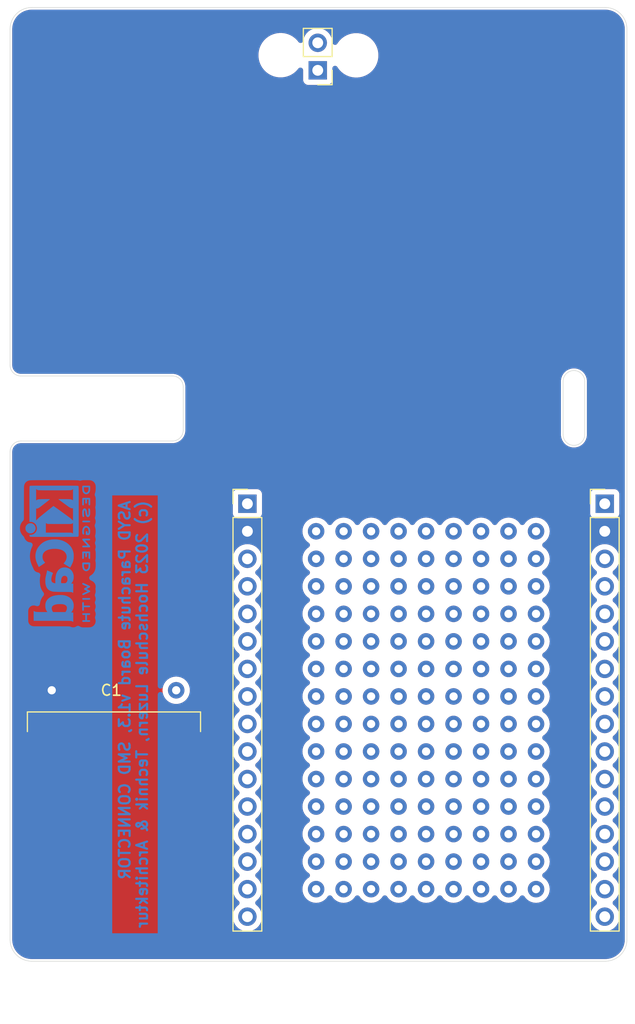
<source format=kicad_pcb>
(kicad_pcb (version 20240108) (generator "pcbnew") (generator_version "8.0")
  (layers (0 "F.Cu" signal) (31 "B.Cu" signal) (34 "B.Paste" user) (35 "F.Paste" user) (36 "B.SilkS" user "B.Silkscreen") (37 "F.SilkS" user "F.Silkscreen") (38 "B.Mask" user) (39 "F.Mask" user) (44 "Edge.Cuts" user))
  (net 0 "")
  (net 1 "GND")
  (net 2 "+3V3")
  (net 3 "btn_a")
  (net 4 "btn_b")
  (net 5 "MOT-")
  (net 6 "P20")
  (net 7 "P19")
  (net 8 "P16")
  (net 9 "P15")
  (net 10 "P14")
  (net 11 "P13")
  (net 12 "P9")
  (net 13 "P8")
  (net 14 "P2")
  (net 15 "P1")
  (net 16 "P0")
  (footprint "Connector_PinHeader_2.54mm:PinHeader_1x16_P2.54mm_Vertical" (layer "F.Cu") (at 201.93 97.79)
    (property "Reference" "J1" (hide yes))
    (property "Value" "Conn_01x16_Female" (hide yes))
    (pad "1" thru_hole rect (at 0 0) (size 1.7 1.7) (drill 1) (layers "*.Cu" "*.Mask") (net 2 "+3V3"))
    (pad "2" thru_hole oval (at 0 2.54) (size 1.7 1.7) (drill 1) (layers "*.Cu" "*.Mask") (net 1 "GND"))
    (pad "3" thru_hole oval (at 0 5.08) (size 1.7 1.7) (drill 1) (layers "*.Cu" "*.Mask") (net 5 "MOT-"))
    (pad "4" thru_hole oval (at 0 7.62) (size 1.7 1.7) (drill 1) (layers "*.Cu" "*.Mask") (net 16 "P0"))
    (pad "5" thru_hole oval (at 0 10.16) (size 1.7 1.7) (drill 1) (layers "*.Cu" "*.Mask") (net 15 "P1"))
    (pad "6" thru_hole oval (at 0 12.7) (size 1.7 1.7) (drill 1) (layers "*.Cu" "*.Mask") (net 14 "P2"))
    (pad "7" thru_hole oval (at 0 15.24) (size 1.7 1.7) (drill 1) (layers "*.Cu" "*.Mask") (net 3 "btn_a"))
    (pad "8" thru_hole oval (at 0 17.78) (size 1.7 1.7) (drill 1) (layers "*.Cu" "*.Mask") (net 4 "btn_b"))
    (pad "9" thru_hole oval (at 0 20.32) (size 1.7 1.7) (drill 1) (layers "*.Cu" "*.Mask") (net 13 "P8"))
    (pad "10" thru_hole oval (at 0 22.86) (size 1.7 1.7) (drill 1) (layers "*.Cu" "*.Mask") (net 12 "P9"))
    (pad "11" thru_hole oval (at 0 25.4) (size 1.7 1.7) (drill 1) (layers "*.Cu" "*.Mask") (net 11 "P13"))
    (pad "12" thru_hole oval (at 0 27.94) (size 1.7 1.7) (drill 1) (layers "*.Cu" "*.Mask") (net 10 "P14"))
    (pad "13" thru_hole oval (at 0 30.48) (size 1.7 1.7) (drill 1) (layers "*.Cu" "*.Mask") (net 9 "P15"))
    (pad "14" thru_hole oval (at 0 33.02) (size 1.7 1.7) (drill 1) (layers "*.Cu" "*.Mask") (net 8 "P16"))
    (pad "15" thru_hole oval (at 0 35.56) (size 1.7 1.7) (drill 1) (layers "*.Cu" "*.Mask") (net 7 "P19"))
    (pad "16" thru_hole oval (at 0 38.1) (size 1.7 1.7) (drill 1) (layers "*.Cu" "*.Mask") (net 6 "P20"))
  )
  (footprint "asyd-parachute:my_pin" (layer "F.Cu") (at 208.28 100.33)
    (property "Reference" " " (hide yes))
    (property "Value" " " (hide yes))
    (pad "1" thru_hole circle (at 0 0) (size 1.524 1.524) (drill 0.762) (layers "*.Cu" "*.Mask"))
  )
  (footprint "asyd-parachute:my_pin" (layer "F.Cu") (at 210.82 100.33)
    (property "Reference" " " (hide yes))
    (property "Value" " " (hide yes))
    (pad "1" thru_hole circle (at 0 0) (size 1.524 1.524) (drill 0.762) (layers "*.Cu" "*.Mask"))
  )
  (footprint "asyd-parachute:my_pin" (layer "F.Cu") (at 213.36 100.33)
    (property "Reference" " " (hide yes))
    (property "Value" " " (hide yes))
    (pad "1" thru_hole circle (at 0 0) (size 1.524 1.524) (drill 0.762) (layers "*.Cu" "*.Mask"))
  )
  (footprint "asyd-parachute:my_pin" (layer "F.Cu") (at 215.9 100.33)
    (property "Reference" " " (hide yes))
    (property "Value" " " (hide yes))
    (pad "1" thru_hole circle (at 0 0) (size 1.524 1.524) (drill 0.762) (layers "*.Cu" "*.Mask"))
  )
  (footprint "asyd-parachute:my_pin" (layer "F.Cu") (at 218.44 100.33)
    (property "Reference" " " (hide yes))
    (property "Value" " " (hide yes))
    (pad "1" thru_hole circle (at 0 0) (size 1.524 1.524) (drill 0.762) (layers "*.Cu" "*.Mask"))
  )
  (footprint "asyd-parachute:my_pin" (layer "F.Cu") (at 220.98 100.33)
    (property "Reference" " " (hide yes))
    (property "Value" " " (hide yes))
    (pad "1" thru_hole circle (at 0 0) (size 1.524 1.524) (drill 0.762) (layers "*.Cu" "*.Mask"))
  )
  (footprint "asyd-parachute:my_pin" (layer "F.Cu") (at 223.52 100.33)
    (property "Reference" " " (hide yes))
    (property "Value" " " (hide yes))
    (pad "1" thru_hole circle (at 0 0) (size 1.524 1.524) (drill 0.762) (layers "*.Cu" "*.Mask"))
  )
  (footprint "asyd-parachute:my_pin" (layer "F.Cu") (at 226.06 100.33)
    (property "Reference" " " (hide yes))
    (property "Value" " " (hide yes))
    (pad "1" thru_hole circle (at 0 0) (size 1.524 1.524) (drill 0.762) (layers "*.Cu" "*.Mask"))
  )
  (footprint "asyd-parachute:my_pin" (layer "F.Cu") (at 228.6 100.33)
    (property "Reference" " " (hide yes))
    (property "Value" " " (hide yes))
    (pad "1" thru_hole circle (at 0 0) (size 1.524 1.524) (drill 0.762) (layers "*.Cu" "*.Mask"))
  )
  (footprint "asyd-parachute:my_pin" (layer "F.Cu") (at 208.28 102.87)
    (property "Reference" " " (hide yes))
    (property "Value" " " (hide yes))
    (pad "1" thru_hole circle (at 0 0) (size 1.524 1.524) (drill 0.762) (layers "*.Cu" "*.Mask"))
  )
  (footprint "asyd-parachute:my_pin" (layer "F.Cu") (at 210.82 102.87)
    (property "Reference" " " (hide yes))
    (property "Value" " " (hide yes))
    (pad "1" thru_hole circle (at 0 0) (size 1.524 1.524) (drill 0.762) (layers "*.Cu" "*.Mask"))
  )
  (footprint "asyd-parachute:my_pin" (layer "F.Cu") (at 213.36 102.87)
    (property "Reference" " " (hide yes))
    (property "Value" " " (hide yes))
    (pad "1" thru_hole circle (at 0 0) (size 1.524 1.524) (drill 0.762) (layers "*.Cu" "*.Mask"))
  )
  (footprint "asyd-parachute:my_pin" (layer "F.Cu") (at 215.9 102.87)
    (property "Reference" " " (hide yes))
    (property "Value" " " (hide yes))
    (pad "1" thru_hole circle (at 0 0) (size 1.524 1.524) (drill 0.762) (layers "*.Cu" "*.Mask"))
  )
  (footprint "asyd-parachute:my_pin" (layer "F.Cu") (at 218.44 102.87)
    (property "Reference" " " (hide yes))
    (property "Value" " " (hide yes))
    (pad "1" thru_hole circle (at 0 0) (size 1.524 1.524) (drill 0.762) (layers "*.Cu" "*.Mask"))
  )
  (footprint "asyd-parachute:my_pin" (layer "F.Cu") (at 220.98 102.87)
    (property "Reference" " " (hide yes))
    (property "Value" " " (hide yes))
    (pad "1" thru_hole circle (at 0 0) (size 1.524 1.524) (drill 0.762) (layers "*.Cu" "*.Mask"))
  )
  (footprint "asyd-parachute:my_pin" (layer "F.Cu") (at 223.52 102.87)
    (property "Reference" " " (hide yes))
    (property "Value" " " (hide yes))
    (pad "1" thru_hole circle (at 0 0) (size 1.524 1.524) (drill 0.762) (layers "*.Cu" "*.Mask"))
  )
  (footprint "asyd-parachute:my_pin" (layer "F.Cu") (at 226.06 102.87)
    (property "Reference" " " (hide yes))
    (property "Value" " " (hide yes))
    (pad "1" thru_hole circle (at 0 0) (size 1.524 1.524) (drill 0.762) (layers "*.Cu" "*.Mask"))
  )
  (footprint "asyd-parachute:my_pin" (layer "F.Cu") (at 228.6 102.87)
    (property "Reference" " " (hide yes))
    (property "Value" " " (hide yes))
    (pad "1" thru_hole circle (at 0 0) (size 1.524 1.524) (drill 0.762) (layers "*.Cu" "*.Mask"))
  )
  (footprint "asyd-parachute:my_pin" (layer "F.Cu") (at 208.28 105.41)
    (property "Reference" " " (hide yes))
    (property "Value" " " (hide yes))
    (pad "1" thru_hole circle (at 0 0) (size 1.524 1.524) (drill 0.762) (layers "*.Cu" "*.Mask"))
  )
  (footprint "asyd-parachute:my_pin" (layer "F.Cu") (at 210.82 105.41)
    (property "Reference" " " (hide yes))
    (property "Value" " " (hide yes))
    (pad "1" thru_hole circle (at 0 0) (size 1.524 1.524) (drill 0.762) (layers "*.Cu" "*.Mask"))
  )
  (footprint "asyd-parachute:my_pin" (layer "F.Cu") (at 213.36 105.41)
    (property "Reference" " " (hide yes))
    (property "Value" " " (hide yes))
    (pad "1" thru_hole circle (at 0 0) (size 1.524 1.524) (drill 0.762) (layers "*.Cu" "*.Mask"))
  )
  (footprint "asyd-parachute:my_pin" (layer "F.Cu") (at 215.9 105.41)
    (property "Reference" " " (hide yes))
    (property "Value" " " (hide yes))
    (pad "1" thru_hole circle (at 0 0) (size 1.524 1.524) (drill 0.762) (layers "*.Cu" "*.Mask"))
  )
  (footprint "asyd-parachute:my_pin" (layer "F.Cu") (at 218.44 105.41)
    (property "Reference" " " (hide yes))
    (property "Value" " " (hide yes))
    (pad "1" thru_hole circle (at 0 0) (size 1.524 1.524) (drill 0.762) (layers "*.Cu" "*.Mask"))
  )
  (footprint "asyd-parachute:my_pin" (layer "F.Cu") (at 220.98 105.41)
    (property "Reference" " " (hide yes))
    (property "Value" " " (hide yes))
    (pad "1" thru_hole circle (at 0 0) (size 1.524 1.524) (drill 0.762) (layers "*.Cu" "*.Mask"))
  )
  (footprint "asyd-parachute:my_pin" (layer "F.Cu") (at 223.52 105.41)
    (property "Reference" " " (hide yes))
    (property "Value" " " (hide yes))
    (pad "1" thru_hole circle (at 0 0) (size 1.524 1.524) (drill 0.762) (layers "*.Cu" "*.Mask"))
  )
  (footprint "asyd-parachute:my_pin" (layer "F.Cu") (at 226.06 105.41)
    (property "Reference" " " (hide yes))
    (property "Value" " " (hide yes))
    (pad "1" thru_hole circle (at 0 0) (size 1.524 1.524) (drill 0.762) (layers "*.Cu" "*.Mask"))
  )
  (footprint "asyd-parachute:my_pin" (layer "F.Cu") (at 228.6 105.41)
    (property "Reference" " " (hide yes))
    (property "Value" " " (hide yes))
    (pad "1" thru_hole circle (at 0 0) (size 1.524 1.524) (drill 0.762) (layers "*.Cu" "*.Mask"))
  )
  (footprint "asyd-parachute:my_pin" (layer "F.Cu") (at 208.28 107.95)
    (property "Reference" " " (hide yes))
    (property "Value" " " (hide yes))
    (pad "1" thru_hole circle (at 0 0) (size 1.524 1.524) (drill 0.762) (layers "*.Cu" "*.Mask"))
  )
  (footprint "asyd-parachute:my_pin" (layer "F.Cu") (at 210.82 107.95)
    (property "Reference" " " (hide yes))
    (property "Value" " " (hide yes))
    (pad "1" thru_hole circle (at 0 0) (size 1.524 1.524) (drill 0.762) (layers "*.Cu" "*.Mask"))
  )
  (footprint "asyd-parachute:my_pin" (layer "F.Cu") (at 213.36 107.95)
    (property "Reference" " " (hide yes))
    (property "Value" " " (hide yes))
    (pad "1" thru_hole circle (at 0 0) (size 1.524 1.524) (drill 0.762) (layers "*.Cu" "*.Mask"))
  )
  (footprint "asyd-parachute:my_pin" (layer "F.Cu") (at 215.9 107.95)
    (property "Reference" " " (hide yes))
    (property "Value" " " (hide yes))
    (pad "1" thru_hole circle (at 0 0) (size 1.524 1.524) (drill 0.762) (layers "*.Cu" "*.Mask"))
  )
  (footprint "asyd-parachute:my_pin" (layer "F.Cu") (at 218.44 107.95)
    (property "Reference" " " (hide yes))
    (property "Value" " " (hide yes))
    (pad "1" thru_hole circle (at 0 0) (size 1.524 1.524) (drill 0.762) (layers "*.Cu" "*.Mask"))
  )
  (footprint "asyd-parachute:my_pin" (layer "F.Cu") (at 220.98 107.95)
    (property "Reference" " " (hide yes))
    (property "Value" " " (hide yes))
    (pad "1" thru_hole circle (at 0 0) (size 1.524 1.524) (drill 0.762) (layers "*.Cu" "*.Mask"))
  )
  (footprint "asyd-parachute:my_pin" (layer "F.Cu") (at 223.52 107.95)
    (property "Reference" " " (hide yes))
    (property "Value" " " (hide yes))
    (pad "1" thru_hole circle (at 0 0) (size 1.524 1.524) (drill 0.762) (layers "*.Cu" "*.Mask"))
  )
  (footprint "asyd-parachute:my_pin" (layer "F.Cu") (at 226.06 107.95)
    (property "Reference" " " (hide yes))
    (property "Value" " " (hide yes))
    (pad "1" thru_hole circle (at 0 0) (size 1.524 1.524) (drill 0.762) (layers "*.Cu" "*.Mask"))
  )
  (footprint "asyd-parachute:my_pin" (layer "F.Cu") (at 228.6 107.95)
    (property "Reference" " " (hide yes))
    (property "Value" " " (hide yes))
    (pad "1" thru_hole circle (at 0 0) (size 1.524 1.524) (drill 0.762) (layers "*.Cu" "*.Mask"))
  )
  (footprint "asyd-parachute:my_pin" (layer "F.Cu") (at 208.28 110.49)
    (property "Reference" " " (hide yes))
    (property "Value" " " (hide yes))
    (pad "1" thru_hole circle (at 0 0) (size 1.524 1.524) (drill 0.762) (layers "*.Cu" "*.Mask"))
  )
  (footprint "asyd-parachute:my_pin" (layer "F.Cu") (at 210.82 110.49)
    (property "Reference" " " (hide yes))
    (property "Value" " " (hide yes))
    (pad "1" thru_hole circle (at 0 0) (size 1.524 1.524) (drill 0.762) (layers "*.Cu" "*.Mask"))
  )
  (footprint "asyd-parachute:my_pin" (layer "F.Cu") (at 213.36 110.49)
    (property "Reference" " " (hide yes))
    (property "Value" " " (hide yes))
    (pad "1" thru_hole circle (at 0 0) (size 1.524 1.524) (drill 0.762) (layers "*.Cu" "*.Mask"))
  )
  (footprint "asyd-parachute:my_pin" (layer "F.Cu") (at 215.9 110.49)
    (property "Reference" " " (hide yes))
    (property "Value" " " (hide yes))
    (pad "1" thru_hole circle (at 0 0) (size 1.524 1.524) (drill 0.762) (layers "*.Cu" "*.Mask"))
  )
  (footprint "asyd-parachute:my_pin" (layer "F.Cu") (at 218.44 110.49)
    (property "Reference" " " (hide yes))
    (property "Value" " " (hide yes))
    (pad "1" thru_hole circle (at 0 0) (size 1.524 1.524) (drill 0.762) (layers "*.Cu" "*.Mask"))
  )
  (footprint "asyd-parachute:my_pin" (layer "F.Cu") (at 220.98 110.49)
    (property "Reference" " " (hide yes))
    (property "Value" " " (hide yes))
    (pad "1" thru_hole circle (at 0 0) (size 1.524 1.524) (drill 0.762) (layers "*.Cu" "*.Mask"))
  )
  (footprint "asyd-parachute:my_pin" (layer "F.Cu") (at 223.52 110.49)
    (property "Reference" " " (hide yes))
    (property "Value" " " (hide yes))
    (pad "1" thru_hole circle (at 0 0) (size 1.524 1.524) (drill 0.762) (layers "*.Cu" "*.Mask"))
  )
  (footprint "asyd-parachute:my_pin" (layer "F.Cu") (at 226.06 110.49)
    (property "Reference" " " (hide yes))
    (property "Value" " " (hide yes))
    (pad "1" thru_hole circle (at 0 0) (size 1.524 1.524) (drill 0.762) (layers "*.Cu" "*.Mask"))
  )
  (footprint "asyd-parachute:my_pin" (layer "F.Cu") (at 228.6 110.49)
    (property "Reference" " " (hide yes))
    (property "Value" " " (hide yes))
    (pad "1" thru_hole circle (at 0 0) (size 1.524 1.524) (drill 0.762) (layers "*.Cu" "*.Mask"))
  )
  (footprint "asyd-parachute:my_pin" (layer "F.Cu") (at 208.28 113.03)
    (property "Reference" " " (hide yes))
    (property "Value" " " (hide yes))
    (pad "1" thru_hole circle (at 0 0) (size 1.524 1.524) (drill 0.762) (layers "*.Cu" "*.Mask"))
  )
  (footprint "asyd-parachute:my_pin" (layer "F.Cu") (at 210.82 113.03)
    (property "Reference" " " (hide yes))
    (property "Value" " " (hide yes))
    (pad "1" thru_hole circle (at 0 0) (size 1.524 1.524) (drill 0.762) (layers "*.Cu" "*.Mask"))
  )
  (footprint "asyd-parachute:my_pin" (layer "F.Cu") (at 213.36 113.03)
    (property "Reference" " " (hide yes))
    (property "Value" " " (hide yes))
    (pad "1" thru_hole circle (at 0 0) (size 1.524 1.524) (drill 0.762) (layers "*.Cu" "*.Mask"))
  )
  (footprint "asyd-parachute:my_pin" (layer "F.Cu") (at 215.9 113.03)
    (property "Reference" " " (hide yes))
    (property "Value" " " (hide yes))
    (pad "1" thru_hole circle (at 0 0) (size 1.524 1.524) (drill 0.762) (layers "*.Cu" "*.Mask"))
  )
  (footprint "asyd-parachute:my_pin" (layer "F.Cu") (at 218.44 113.03)
    (property "Reference" " " (hide yes))
    (property "Value" " " (hide yes))
    (pad "1" thru_hole circle (at 0 0) (size 1.524 1.524) (drill 0.762) (layers "*.Cu" "*.Mask"))
  )
  (footprint "asyd-parachute:my_pin" (layer "F.Cu") (at 220.98 113.03)
    (property "Reference" " " (hide yes))
    (property "Value" " " (hide yes))
    (pad "1" thru_hole circle (at 0 0) (size 1.524 1.524) (drill 0.762) (layers "*.Cu" "*.Mask"))
  )
  (footprint "asyd-parachute:my_pin" (layer "F.Cu") (at 223.52 113.03)
    (property "Reference" " " (hide yes))
    (property "Value" " " (hide yes))
    (pad "1" thru_hole circle (at 0 0) (size 1.524 1.524) (drill 0.762) (layers "*.Cu" "*.Mask"))
  )
  (footprint "asyd-parachute:my_pin" (layer "F.Cu") (at 226.06 113.03)
    (property "Reference" " " (hide yes))
    (property "Value" " " (hide yes))
    (pad "1" thru_hole circle (at 0 0) (size 1.524 1.524) (drill 0.762) (layers "*.Cu" "*.Mask"))
  )
  (footprint "asyd-parachute:my_pin" (layer "F.Cu") (at 228.6 113.03)
    (property "Reference" " " (hide yes))
    (property "Value" " " (hide yes))
    (pad "1" thru_hole circle (at 0 0) (size 1.524 1.524) (drill 0.762) (layers "*.Cu" "*.Mask"))
  )
  (footprint "asyd-parachute:my_pin" (layer "F.Cu") (at 208.28 115.57)
    (property "Reference" " " (hide yes))
    (property "Value" " " (hide yes))
    (pad "1" thru_hole circle (at 0 0) (size 1.524 1.524) (drill 0.762) (layers "*.Cu" "*.Mask"))
  )
  (footprint "asyd-parachute:my_pin" (layer "F.Cu") (at 210.82 115.57)
    (property "Reference" " " (hide yes))
    (property "Value" " " (hide yes))
    (pad "1" thru_hole circle (at 0 0) (size 1.524 1.524) (drill 0.762) (layers "*.Cu" "*.Mask"))
  )
  (footprint "asyd-parachute:my_pin" (layer "F.Cu") (at 213.36 115.57)
    (property "Reference" " " (hide yes))
    (property "Value" " " (hide yes))
    (pad "1" thru_hole circle (at 0 0) (size 1.524 1.524) (drill 0.762) (layers "*.Cu" "*.Mask"))
  )
  (footprint "asyd-parachute:my_pin" (layer "F.Cu") (at 215.9 115.57)
    (property "Reference" " " (hide yes))
    (property "Value" " " (hide yes))
    (pad "1" thru_hole circle (at 0 0) (size 1.524 1.524) (drill 0.762) (layers "*.Cu" "*.Mask"))
  )
  (footprint "asyd-parachute:my_pin" (layer "F.Cu") (at 218.44 115.57)
    (property "Reference" " " (hide yes))
    (property "Value" " " (hide yes))
    (pad "1" thru_hole circle (at 0 0) (size 1.524 1.524) (drill 0.762) (layers "*.Cu" "*.Mask"))
  )
  (footprint "asyd-parachute:my_pin" (layer "F.Cu") (at 220.98 115.57)
    (property "Reference" " " (hide yes))
    (property "Value" " " (hide yes))
    (pad "1" thru_hole circle (at 0 0) (size 1.524 1.524) (drill 0.762) (layers "*.Cu" "*.Mask"))
  )
  (footprint "asyd-parachute:my_pin" (layer "F.Cu") (at 223.52 115.57)
    (property "Reference" " " (hide yes))
    (property "Value" " " (hide yes))
    (pad "1" thru_hole circle (at 0 0) (size 1.524 1.524) (drill 0.762) (layers "*.Cu" "*.Mask"))
  )
  (footprint "asyd-parachute:my_pin" (layer "F.Cu") (at 226.06 115.57)
    (property "Reference" " " (hide yes))
    (property "Value" " " (hide yes))
    (pad "1" thru_hole circle (at 0 0) (size 1.524 1.524) (drill 0.762) (layers "*.Cu" "*.Mask"))
  )
  (footprint "asyd-parachute:my_pin" (layer "F.Cu") (at 228.6 115.57)
    (property "Reference" " " (hide yes))
    (property "Value" " " (hide yes))
    (pad "1" thru_hole circle (at 0 0) (size 1.524 1.524) (drill 0.762) (layers "*.Cu" "*.Mask"))
  )
  (footprint "asyd-parachute:my_pin" (layer "F.Cu") (at 208.28 118.11)
    (property "Reference" " " (hide yes))
    (property "Value" " " (hide yes))
    (pad "1" thru_hole circle (at 0 0) (size 1.524 1.524) (drill 0.762) (layers "*.Cu" "*.Mask"))
  )
  (footprint "asyd-parachute:my_pin" (layer "F.Cu") (at 210.82 118.11)
    (property "Reference" " " (hide yes))
    (property "Value" " " (hide yes))
    (pad "1" thru_hole circle (at 0 0) (size 1.524 1.524) (drill 0.762) (layers "*.Cu" "*.Mask"))
  )
  (footprint "asyd-parachute:my_pin" (layer "F.Cu") (at 213.36 118.11)
    (property "Reference" " " (hide yes))
    (property "Value" " " (hide yes))
    (pad "1" thru_hole circle (at 0 0) (size 1.524 1.524) (drill 0.762) (layers "*.Cu" "*.Mask"))
  )
  (footprint "asyd-parachute:my_pin" (layer "F.Cu") (at 215.9 118.11)
    (property "Reference" " " (hide yes))
    (property "Value" " " (hide yes))
    (pad "1" thru_hole circle (at 0 0) (size 1.524 1.524) (drill 0.762) (layers "*.Cu" "*.Mask"))
  )
  (footprint "asyd-parachute:my_pin" (layer "F.Cu") (at 218.44 118.11)
    (property "Reference" " " (hide yes))
    (property "Value" " " (hide yes))
    (pad "1" thru_hole circle (at 0 0) (size 1.524 1.524) (drill 0.762) (layers "*.Cu" "*.Mask"))
  )
  (footprint "asyd-parachute:my_pin" (layer "F.Cu") (at 220.98 118.11)
    (property "Reference" " " (hide yes))
    (property "Value" " " (hide yes))
    (pad "1" thru_hole circle (at 0 0) (size 1.524 1.524) (drill 0.762) (layers "*.Cu" "*.Mask"))
  )
  (footprint "asyd-parachute:my_pin" (layer "F.Cu") (at 223.52 118.11)
    (property "Reference" " " (hide yes))
    (property "Value" " " (hide yes))
    (pad "1" thru_hole circle (at 0 0) (size 1.524 1.524) (drill 0.762) (layers "*.Cu" "*.Mask"))
  )
  (footprint "asyd-parachute:my_pin" (layer "F.Cu") (at 226.06 118.11)
    (property "Reference" " " (hide yes))
    (property "Value" " " (hide yes))
    (pad "1" thru_hole circle (at 0 0) (size 1.524 1.524) (drill 0.762) (layers "*.Cu" "*.Mask"))
  )
  (footprint "asyd-parachute:my_pin" (layer "F.Cu") (at 228.6 118.11)
    (property "Reference" " " (hide yes))
    (property "Value" " " (hide yes))
    (pad "1" thru_hole circle (at 0 0) (size 1.524 1.524) (drill 0.762) (layers "*.Cu" "*.Mask"))
  )
  (footprint "asyd-parachute:my_pin" (layer "F.Cu") (at 208.28 120.65)
    (property "Reference" " " (hide yes))
    (property "Value" " " (hide yes))
    (pad "1" thru_hole circle (at 0 0) (size 1.524 1.524) (drill 0.762) (layers "*.Cu" "*.Mask"))
  )
  (footprint "asyd-parachute:my_pin" (layer "F.Cu") (at 210.82 120.65)
    (property "Reference" " " (hide yes))
    (property "Value" " " (hide yes))
    (pad "1" thru_hole circle (at 0 0) (size 1.524 1.524) (drill 0.762) (layers "*.Cu" "*.Mask"))
  )
  (footprint "asyd-parachute:my_pin" (layer "F.Cu") (at 213.36 120.65)
    (property "Reference" " " (hide yes))
    (property "Value" " " (hide yes))
    (pad "1" thru_hole circle (at 0 0) (size 1.524 1.524) (drill 0.762) (layers "*.Cu" "*.Mask"))
  )
  (footprint "asyd-parachute:my_pin" (layer "F.Cu") (at 215.9 120.65)
    (property "Reference" " " (hide yes))
    (property "Value" " " (hide yes))
    (pad "1" thru_hole circle (at 0 0) (size 1.524 1.524) (drill 0.762) (layers "*.Cu" "*.Mask"))
  )
  (footprint "asyd-parachute:my_pin" (layer "F.Cu") (at 218.44 120.65)
    (property "Reference" " " (hide yes))
    (property "Value" " " (hide yes))
    (pad "1" thru_hole circle (at 0 0) (size 1.524 1.524) (drill 0.762) (layers "*.Cu" "*.Mask"))
  )
  (footprint "asyd-parachute:my_pin" (layer "F.Cu") (at 220.98 120.65)
    (property "Reference" " " (hide yes))
    (property "Value" " " (hide yes))
    (pad "1" thru_hole circle (at 0 0) (size 1.524 1.524) (drill 0.762) (layers "*.Cu" "*.Mask"))
  )
  (footprint "asyd-parachute:my_pin" (layer "F.Cu") (at 223.52 120.65)
    (property "Reference" " " (hide yes))
    (property "Value" " " (hide yes))
    (pad "1" thru_hole circle (at 0 0) (size 1.524 1.524) (drill 0.762) (layers "*.Cu" "*.Mask"))
  )
  (footprint "asyd-parachute:my_pin" (layer "F.Cu") (at 226.06 120.65)
    (property "Reference" " " (hide yes))
    (property "Value" " " (hide yes))
    (pad "1" thru_hole circle (at 0 0) (size 1.524 1.524) (drill 0.762) (layers "*.Cu" "*.Mask"))
  )
  (footprint "asyd-parachute:my_pin" (layer "F.Cu") (at 228.6 120.65)
    (property "Reference" " " (hide yes))
    (property "Value" " " (hide yes))
    (pad "1" thru_hole circle (at 0 0) (size 1.524 1.524) (drill 0.762) (layers "*.Cu" "*.Mask"))
  )
  (footprint "asyd-parachute:my_pin" (layer "F.Cu") (at 208.28 123.19)
    (property "Reference" " " (hide yes))
    (property "Value" " " (hide yes))
    (pad "1" thru_hole circle (at 0 0) (size 1.524 1.524) (drill 0.762) (layers "*.Cu" "*.Mask"))
  )
  (footprint "asyd-parachute:my_pin" (layer "F.Cu") (at 210.82 123.19)
    (property "Reference" " " (hide yes))
    (property "Value" " " (hide yes))
    (pad "1" thru_hole circle (at 0 0) (size 1.524 1.524) (drill 0.762) (layers "*.Cu" "*.Mask"))
  )
  (footprint "asyd-parachute:my_pin" (layer "F.Cu") (at 213.36 123.19)
    (property "Reference" " " (hide yes))
    (property "Value" " " (hide yes))
    (pad "1" thru_hole circle (at 0 0) (size 1.524 1.524) (drill 0.762) (layers "*.Cu" "*.Mask"))
  )
  (footprint "asyd-parachute:my_pin" (layer "F.Cu") (at 215.9 123.19)
    (property "Reference" " " (hide yes))
    (property "Value" " " (hide yes))
    (pad "1" thru_hole circle (at 0 0) (size 1.524 1.524) (drill 0.762) (layers "*.Cu" "*.Mask"))
  )
  (footprint "asyd-parachute:my_pin" (layer "F.Cu") (at 218.44 123.19)
    (property "Reference" " " (hide yes))
    (property "Value" " " (hide yes))
    (pad "1" thru_hole circle (at 0 0) (size 1.524 1.524) (drill 0.762) (layers "*.Cu" "*.Mask"))
  )
  (footprint "asyd-parachute:my_pin" (layer "F.Cu") (at 220.98 123.19)
    (property "Reference" " " (hide yes))
    (property "Value" " " (hide yes))
    (pad "1" thru_hole circle (at 0 0) (size 1.524 1.524) (drill 0.762) (layers "*.Cu" "*.Mask"))
  )
  (footprint "asyd-parachute:my_pin" (layer "F.Cu") (at 223.52 123.19)
    (property "Reference" " " (hide yes))
    (property "Value" " " (hide yes))
    (pad "1" thru_hole circle (at 0 0) (size 1.524 1.524) (drill 0.762) (layers "*.Cu" "*.Mask"))
  )
  (footprint "asyd-parachute:my_pin" (layer "F.Cu") (at 226.06 123.19)
    (property "Reference" " " (hide yes))
    (property "Value" " " (hide yes))
    (pad "1" thru_hole circle (at 0 0) (size 1.524 1.524) (drill 0.762) (layers "*.Cu" "*.Mask"))
  )
  (footprint "asyd-parachute:my_pin" (layer "F.Cu") (at 228.6 123.19)
    (property "Reference" " " (hide yes))
    (property "Value" " " (hide yes))
    (pad "1" thru_hole circle (at 0 0) (size 1.524 1.524) (drill 0.762) (layers "*.Cu" "*.Mask"))
  )
  (footprint "asyd-parachute:my_pin" (layer "F.Cu") (at 208.28 125.73)
    (property "Reference" " " (hide yes))
    (property "Value" " " (hide yes))
    (pad "1" thru_hole circle (at 0 0) (size 1.524 1.524) (drill 0.762) (layers "*.Cu" "*.Mask"))
  )
  (footprint "asyd-parachute:my_pin" (layer "F.Cu") (at 210.82 125.73)
    (property "Reference" " " (hide yes))
    (property "Value" " " (hide yes))
    (pad "1" thru_hole circle (at 0 0) (size 1.524 1.524) (drill 0.762) (layers "*.Cu" "*.Mask"))
  )
  (footprint "asyd-parachute:my_pin" (layer "F.Cu") (at 213.36 125.73)
    (property "Reference" " " (hide yes))
    (property "Value" " " (hide yes))
    (pad "1" thru_hole circle (at 0 0) (size 1.524 1.524) (drill 0.762) (layers "*.Cu" "*.Mask"))
  )
  (footprint "asyd-parachute:my_pin" (layer "F.Cu") (at 215.9 125.73)
    (property "Reference" " " (hide yes))
    (property "Value" " " (hide yes))
    (pad "1" thru_hole circle (at 0 0) (size 1.524 1.524) (drill 0.762) (layers "*.Cu" "*.Mask"))
  )
  (footprint "asyd-parachute:my_pin" (layer "F.Cu") (at 218.44 125.73)
    (property "Reference" " " (hide yes))
    (property "Value" " " (hide yes))
    (pad "1" thru_hole circle (at 0 0) (size 1.524 1.524) (drill 0.762) (layers "*.Cu" "*.Mask"))
  )
  (footprint "asyd-parachute:my_pin" (layer "F.Cu") (at 220.98 125.73)
    (property "Reference" " " (hide yes))
    (property "Value" " " (hide yes))
    (pad "1" thru_hole circle (at 0 0) (size 1.524 1.524) (drill 0.762) (layers "*.Cu" "*.Mask"))
  )
  (footprint "asyd-parachute:my_pin" (layer "F.Cu") (at 223.52 125.73)
    (property "Reference" " " (hide yes))
    (property "Value" " " (hide yes))
    (pad "1" thru_hole circle (at 0 0) (size 1.524 1.524) (drill 0.762) (layers "*.Cu" "*.Mask"))
  )
  (footprint "asyd-parachute:my_pin" (layer "F.Cu") (at 226.06 125.73)
    (property "Reference" " " (hide yes))
    (property "Value" " " (hide yes))
    (pad "1" thru_hole circle (at 0 0) (size 1.524 1.524) (drill 0.762) (layers "*.Cu" "*.Mask"))
  )
  (footprint "asyd-parachute:my_pin" (layer "F.Cu") (at 228.6 125.73)
    (property "Reference" " " (hide yes))
    (property "Value" " " (hide yes))
    (pad "1" thru_hole circle (at 0 0) (size 1.524 1.524) (drill 0.762) (layers "*.Cu" "*.Mask"))
  )
  (footprint "asyd-parachute:my_pin" (layer "F.Cu") (at 208.28 128.27)
    (property "Reference" " " (hide yes))
    (property "Value" " " (hide yes))
    (pad "1" thru_hole circle (at 0 0) (size 1.524 1.524) (drill 0.762) (layers "*.Cu" "*.Mask"))
  )
  (footprint "asyd-parachute:my_pin" (layer "F.Cu") (at 210.82 128.27)
    (property "Reference" " " (hide yes))
    (property "Value" " " (hide yes))
    (pad "1" thru_hole circle (at 0 0) (size 1.524 1.524) (drill 0.762) (layers "*.Cu" "*.Mask"))
  )
  (footprint "asyd-parachute:my_pin" (layer "F.Cu") (at 213.36 128.27)
    (property "Reference" " " (hide yes))
    (property "Value" " " (hide yes))
    (pad "1" thru_hole circle (at 0 0) (size 1.524 1.524) (drill 0.762) (layers "*.Cu" "*.Mask"))
  )
  (footprint "asyd-parachute:my_pin" (layer "F.Cu") (at 215.9 128.27)
    (property "Reference" " " (hide yes))
    (property "Value" " " (hide yes))
    (pad "1" thru_hole circle (at 0 0) (size 1.524 1.524) (drill 0.762) (layers "*.Cu" "*.Mask"))
  )
  (footprint "asyd-parachute:my_pin" (layer "F.Cu") (at 218.44 128.27)
    (property "Reference" " " (hide yes))
    (property "Value" " " (hide yes))
    (pad "1" thru_hole circle (at 0 0) (size 1.524 1.524) (drill 0.762) (layers "*.Cu" "*.Mask"))
  )
  (footprint "asyd-parachute:my_pin" (layer "F.Cu") (at 220.98 128.27)
    (property "Reference" " " (hide yes))
    (property "Value" " " (hide yes))
    (pad "1" thru_hole circle (at 0 0) (size 1.524 1.524) (drill 0.762) (layers "*.Cu" "*.Mask"))
  )
  (footprint "asyd-parachute:my_pin" (layer "F.Cu") (at 223.52 128.27)
    (property "Reference" " " (hide yes))
    (property "Value" " " (hide yes))
    (pad "1" thru_hole circle (at 0 0) (size 1.524 1.524) (drill 0.762) (layers "*.Cu" "*.Mask"))
  )
  (footprint "asyd-parachute:my_pin" (layer "F.Cu") (at 226.06 128.27)
    (property "Reference" " " (hide yes))
    (property "Value" " " (hide yes))
    (pad "1" thru_hole circle (at 0 0) (size 1.524 1.524) (drill 0.762) (layers "*.Cu" "*.Mask"))
  )
  (footprint "asyd-parachute:my_pin" (layer "F.Cu") (at 228.6 128.27)
    (property "Reference" " " (hide yes))
    (property "Value" " " (hide yes))
    (pad "1" thru_hole circle (at 0 0) (size 1.524 1.524) (drill 0.762) (layers "*.Cu" "*.Mask"))
  )
  (footprint "asyd-parachute:my_pin" (layer "F.Cu") (at 208.28 130.81)
    (property "Reference" " " (hide yes))
    (property "Value" " " (hide yes))
    (pad "1" thru_hole circle (at 0 0) (size 1.524 1.524) (drill 0.762) (layers "*.Cu" "*.Mask"))
  )
  (footprint "asyd-parachute:my_pin" (layer "F.Cu") (at 210.82 130.81)
    (property "Reference" " " (hide yes))
    (property "Value" " " (hide yes))
    (pad "1" thru_hole circle (at 0 0) (size 1.524 1.524) (drill 0.762) (layers "*.Cu" "*.Mask"))
  )
  (footprint "asyd-parachute:my_pin" (layer "F.Cu") (at 213.36 130.81)
    (property "Reference" " " (hide yes))
    (property "Value" " " (hide yes))
    (pad "1" thru_hole circle (at 0 0) (size 1.524 1.524) (drill 0.762) (layers "*.Cu" "*.Mask"))
  )
  (footprint "asyd-parachute:my_pin" (layer "F.Cu") (at 215.9 130.81)
    (property "Reference" " " (hide yes))
    (property "Value" " " (hide yes))
    (pad "1" thru_hole circle (at 0 0) (size 1.524 1.524) (drill 0.762) (layers "*.Cu" "*.Mask"))
  )
  (footprint "asyd-parachute:my_pin" (layer "F.Cu") (at 218.44 130.81)
    (property "Reference" " " (hide yes))
    (property "Value" " " (hide yes))
    (pad "1" thru_hole circle (at 0 0) (size 1.524 1.524) (drill 0.762) (layers "*.Cu" "*.Mask"))
  )
  (footprint "asyd-parachute:my_pin" (layer "F.Cu") (at 220.98 130.81)
    (property "Reference" " " (hide yes))
    (property "Value" " " (hide yes))
    (pad "1" thru_hole circle (at 0 0) (size 1.524 1.524) (drill 0.762) (layers "*.Cu" "*.Mask"))
  )
  (footprint "asyd-parachute:my_pin" (layer "F.Cu") (at 223.52 130.81)
    (property "Reference" " " (hide yes))
    (property "Value" " " (hide yes))
    (pad "1" thru_hole circle (at 0 0) (size 1.524 1.524) (drill 0.762) (layers "*.Cu" "*.Mask"))
  )
  (footprint "asyd-parachute:my_pin" (layer "F.Cu") (at 226.06 130.81)
    (property "Reference" " " (hide yes))
    (property "Value" " " (hide yes))
    (pad "1" thru_hole circle (at 0 0) (size 1.524 1.524) (drill 0.762) (layers "*.Cu" "*.Mask"))
  )
  (footprint "asyd-parachute:my_pin" (layer "F.Cu") (at 228.6 130.81)
    (property "Reference" " " (hide yes))
    (property "Value" " " (hide yes))
    (pad "1" thru_hole circle (at 0 0) (size 1.524 1.524) (drill 0.762) (layers "*.Cu" "*.Mask"))
  )
  (footprint "asyd-parachute:my_pin" (layer "F.Cu") (at 208.28 133.35)
    (property "Reference" " " (hide yes))
    (property "Value" " " (hide yes))
    (pad "1" thru_hole circle (at 0 0) (size 1.524 1.524) (drill 0.762) (layers "*.Cu" "*.Mask"))
  )
  (footprint "asyd-parachute:my_pin" (layer "F.Cu") (at 210.82 133.35)
    (property "Reference" " " (hide yes))
    (property "Value" " " (hide yes))
    (pad "1" thru_hole circle (at 0 0) (size 1.524 1.524) (drill 0.762) (layers "*.Cu" "*.Mask"))
  )
  (footprint "asyd-parachute:my_pin" (layer "F.Cu") (at 213.36 133.35)
    (property "Reference" " " (hide yes))
    (property "Value" " " (hide yes))
    (pad "1" thru_hole circle (at 0 0) (size 1.524 1.524) (drill 0.762) (layers "*.Cu" "*.Mask"))
  )
  (footprint "asyd-parachute:my_pin" (layer "F.Cu") (at 215.9 133.35)
    (property "Reference" " " (hide yes))
    (property "Value" " " (hide yes))
    (pad "1" thru_hole circle (at 0 0) (size 1.524 1.524) (drill 0.762) (layers "*.Cu" "*.Mask"))
  )
  (footprint "asyd-parachute:my_pin" (layer "F.Cu") (at 218.44 133.35)
    (property "Reference" " " (hide yes))
    (property "Value" " " (hide yes))
    (pad "1" thru_hole circle (at 0 0) (size 1.524 1.524) (drill 0.762) (layers "*.Cu" "*.Mask"))
  )
  (footprint "asyd-parachute:my_pin" (layer "F.Cu") (at 220.98 133.35)
    (property "Reference" " " (hide yes))
    (property "Value" " " (hide yes))
    (pad "1" thru_hole circle (at 0 0) (size 1.524 1.524) (drill 0.762) (layers "*.Cu" "*.Mask"))
  )
  (footprint "asyd-parachute:my_pin" (layer "F.Cu") (at 223.52 133.35)
    (property "Reference" " " (hide yes))
    (property "Value" " " (hide yes))
    (pad "1" thru_hole circle (at 0 0) (size 1.524 1.524) (drill 0.762) (layers "*.Cu" "*.Mask"))
  )
  (footprint "asyd-parachute:my_pin" (layer "F.Cu") (at 226.06 133.35)
    (property "Reference" " " (hide yes))
    (property "Value" " " (hide yes))
    (pad "1" thru_hole circle (at 0 0) (size 1.524 1.524) (drill 0.762) (layers "*.Cu" "*.Mask"))
  )
  (footprint "asyd-parachute:my_pin" (layer "F.Cu") (at 228.6 133.35)
    (property "Reference" " " (hide yes))
    (property "Value" " " (hide yes))
    (pad "1" thru_hole circle (at 0 0) (size 1.524 1.524) (drill 0.762) (layers "*.Cu" "*.Mask"))
  )
  (footprint "Connector_PinHeader_2.54mm:PinHeader_1x16_P2.54mm_Vertical" (layer "F.Cu") (at 234.95 97.79)
    (property "Reference" "J2" (hide yes))
    (property "Value" "Conn_01x16_Female" (hide yes))
    (pad "1" thru_hole rect (at 0 0) (size 1.7 1.7) (drill 1) (layers "*.Cu" "*.Mask") (net 2 "+3V3"))
    (pad "2" thru_hole oval (at 0 2.54) (size 1.7 1.7) (drill 1) (layers "*.Cu" "*.Mask") (net 1 "GND"))
    (pad "3" thru_hole oval (at 0 5.08) (size 1.7 1.7) (drill 1) (layers "*.Cu" "*.Mask") (net 5 "MOT-"))
    (pad "4" thru_hole oval (at 0 7.62) (size 1.7 1.7) (drill 1) (layers "*.Cu" "*.Mask") (net 16 "P0"))
    (pad "5" thru_hole oval (at 0 10.16) (size 1.7 1.7) (drill 1) (layers "*.Cu" "*.Mask") (net 15 "P1"))
    (pad "6" thru_hole oval (at 0 12.7) (size 1.7 1.7) (drill 1) (layers "*.Cu" "*.Mask") (net 14 "P2"))
    (pad "7" thru_hole oval (at 0 15.24) (size 1.7 1.7) (drill 1) (layers "*.Cu" "*.Mask") (net 3 "btn_a"))
    (pad "8" thru_hole oval (at 0 17.78) (size 1.7 1.7) (drill 1) (layers "*.Cu" "*.Mask") (net 4 "btn_b"))
    (pad "9" thru_hole oval (at 0 20.32) (size 1.7 1.7) (drill 1) (layers "*.Cu" "*.Mask") (net 13 "P8"))
    (pad "10" thru_hole oval (at 0 22.86) (size 1.7 1.7) (drill 1) (layers "*.Cu" "*.Mask") (net 12 "P9"))
    (pad "11" thru_hole oval (at 0 25.4) (size 1.7 1.7) (drill 1) (layers "*.Cu" "*.Mask") (net 11 "P13"))
    (pad "12" thru_hole oval (at 0 27.94) (size 1.7 1.7) (drill 1) (layers "*.Cu" "*.Mask") (net 10 "P14"))
    (pad "13" thru_hole oval (at 0 30.48) (size 1.7 1.7) (drill 1) (layers "*.Cu" "*.Mask") (net 9 "P15"))
    (pad "14" thru_hole oval (at 0 33.02) (size 1.7 1.7) (drill 1) (layers "*.Cu" "*.Mask") (net 8 "P16"))
    (pad "15" thru_hole oval (at 0 35.56) (size 1.7 1.7) (drill 1) (layers "*.Cu" "*.Mask") (net 7 "P19"))
    (pad "16" thru_hole oval (at 0 38.1) (size 1.7 1.7) (drill 1) (layers "*.Cu" "*.Mask") (net 6 "P20"))
  )
  (footprint "MountingHole:MountingHole_3.5mm" (layer "F.Cu") (at 205.000006 56.399992)
    (property "Reference" "REF**" (hide yes))
    (property "Value" "MountingHole_3.5mm" (hide yes))
    (pad "" np_thru_hole circle (at 0 0) (size 3.5 3.5) (drill 3.5) (layers "*.Cu" "*.Mask"))
  )
  (footprint "Connector_PinHeader_2.54mm:PinHeader_1x02_P2.54mm_Vertical" (layer "F.Cu") (at 208.429006 57.796992 180)
    (property "Reference" "J3" (hide yes))
    (property "Value" "Conn_01x02_Male")
    (pad "1" thru_hole rect (at 0 0 180) (size 1.7 1.7) (drill 1) (layers "*.Cu" "*.Mask"))
    (pad "2" thru_hole oval (at 0 2.54 180) (size 1.7 1.7) (drill 1) (layers "*.Cu" "*.Mask"))
  )
  (footprint "MountingHole:MountingHole_3.5mm" (layer "F.Cu") (at 211.985006 56.413992)
    (property "Reference" "REF**" (hide yes))
    (property "Value" "MountingHole_3.5mm" (hide yes))
    (pad "" np_thru_hole circle (at 0 0) (size 3.5 3.5) (drill 3.5) (layers "F&B.Cu" "*.Mask"))
  )
  (footprint "asyd-parachute:SCMR18C105MRBA0" (layer "F.Cu") (at 195.350006 114.999992 90)
    (property "Reference" "C1" (at 0 -6 360) (layer "F.SilkS"))
    (property "Value" "1F")
    (pad "1" thru_hole circle (at 0 0 90) (size 1.524 1.524) (drill 0.762) (layers "*.Cu" "*.Mask") (net 2 "+3V3"))
    (pad "2" thru_hole circle (at 0 -11.5 90) (size 1.524 1.524) (drill 0.762) (layers "*.Cu" "*.Mask") (net 1 "GND"))
  )
  (footprint "Symbol:KiCad-Logo2_5mm_Copper" (layer "B.Cu") (at 184.400006 102.399992 -90)
    (property "Reference" "REF**" (hide yes))
    (property "Value" "KiCad-Logo2_5mm_Copper" (hide yes))
    (fp_poly (pts (xy 4.188614 -2.275877) (xy 4.212327 -2.290647) (xy 4.238978 -2.312227) (xy 4.238978 -2.633773) (xy 4.238893 -2.72783) (xy 4.238529 -2.801932) (xy 4.237724 -2.858704) (xy 4.236313 -2.900768) (xy 4.234133 -2.930748) (xy 4.231021 -2.951267) (xy 4.226814 -2.964949) (xy 4.221348 -2.974416) (xy 4.217472 -2.979082) (xy 4.186034 -2.999575) (xy 4.150233 -2.998739) (xy 4.118873 -2.981264) (xy 4.092222 -2.959684) (xy 4.092222 -2.312227) (xy 4.118873 -2.290647) (xy 4.144594 -2.274949) (xy 4.1656 -2.269067) (xy 4.188614 -2.275877)) (stroke (width 0.01)) (fill solid) (layer "B.Cu"))
    (fp_poly (pts (xy -2.923822 -2.291645) (xy -2.917242 -2.299218) (xy -2.912079 -2.308987) (xy -2.908164 -2.323571) (xy -2.905324 -2.345585) (xy -2.903387 -2.377648) (xy -2.902183 -2.422375) (xy -2.901539 -2.482385) (xy -2.901284 -2.560294) (xy -2.901245 -2.635956) (xy -2.901314 -2.729802) (xy -2.901638 -2.803689) (xy -2.902386 -2.860232) (xy -2.903732 -2.902049) (xy -2.905846 -2.931757) (xy -2.9089 -2.951973) (xy -2.913066 -2.965314) (xy -2.918516 -2.974398) (xy -2.923822 -2.980267) (xy -2.956826 -2.999947) (xy -2.991991 -2.998181) (xy -3.023455 -2.976717) (xy -3.030684 -2.968337) (xy -3.036334 -2.958614) (xy -3.040599 -2.944861) (xy -3.043673 -2.924389) (xy -3.045752 -2.894512) (xy -3.04703 -2.852541) (xy -3.047701 -2.795789) (xy -3.047959 -2.721567) (xy -3.048 -2.637537) (xy -3.048 -2.324485) (xy -3.020291 -2.296776) (xy -2.986137 -2.273463) (xy -2.953006 -2.272623) (xy -2.923822 -2.291645)) (stroke (width 0.01)) (fill solid) (layer "B.Cu"))
    (fp_poly (pts (xy -2.273043 2.973429) (xy -2.176768 2.949191) (xy -2.090184 2.906359) (xy -2.015373 2.846581) (xy -1.954418 2.771506) (xy -1.909399 2.68278) (xy -1.883136 2.58647) (xy -1.877286 2.489205) (xy -1.89214 2.395346) (xy -1.92584 2.307489) (xy -1.976528 2.22823) (xy -2.042345 2.160164) (xy -2.121434 2.105888) (xy -2.211934 2.067998) (xy -2.2632 2.055574) (xy -2.307698 2.048053) (xy -2.341999 2.045081) (xy -2.37496 2.046906) (xy -2.415434 2.053775) (xy -2.448531 2.06075) (xy -2.541947 2.092259) (xy -2.625619 2.143383) (xy -2.697665 2.212571) (xy -2.7562 2.298272) (xy -2.770148 2.325511) (xy -2.786586 2.361878) (xy -2.796894 2.392418) (xy -2.80246 2.42455) (xy -2.804669 2.465693) (xy -2.804948 2.511778) (xy -2.800861 2.596135) (xy -2.787446 2.665414) (xy -2.762256 2.726039) (xy -2.722846 2.784433) (xy -2.684298 2.828698) (xy -2.612406 2.894516) (xy -2.537313 2.939947) (xy -2.454562 2.96715) (xy -2.376928 2.977424) (xy -2.273043 2.973429)) (stroke (width 0.01)) (fill solid) (layer "B.Cu"))
    (fp_poly (pts (xy 4.963065 -2.269163) (xy 5.041772 -2.269542) (xy 5.102863 -2.270333) (xy 5.148817 -2.27167) (xy 5.182114 -2.273683) (xy 5.205236 -2.276506) (xy 5.220662 -2.280269) (xy 5.230871 -2.285105) (xy 5.235813 -2.288822) (xy 5.261457 -2.321358) (xy 5.264559 -2.355138) (xy 5.248711 -2.385826) (xy 5.238348 -2.398089) (xy 5.227196 -2.40645) (xy 5.211035 -2.411657) (xy 5.185642 -2.414457) (xy 5.146798 -2.415596) (xy 5.09028 -2.415821) (xy 5.07918 -2.415822) (xy 4.933244 -2.415822) (xy 4.933244 -2.686756) (xy 4.933148 -2.772154) (xy 4.932711 -2.837864) (xy 4.931712 -2.886774) (xy 4.929928 -2.921773) (xy 4.927137 -2.945749) (xy 4.923117 -2.961593) (xy 4.917645 -2.972191) (xy 4.910666 -2.980267) (xy 4.877734 -3.000112) (xy 4.843354 -2.998548) (xy 4.812176 -2.975906) (xy 4.809886 -2.9731) (xy 4.802429 -2.962492) (xy 4.796747 -2.950081) (xy 4.792601 -2.93285) (xy 4.78975 -2.907784) (xy 4.787954 -2.871867) (xy 4.786972 -2.822083) (xy 4.786564 -2.755417) (xy 4.786489 -2.679589) (xy 4.786489 -2.415822) (xy 4.647127 -2.415822) (xy 4.587322 -2.415418) (xy 4.545918 -2.41384) (xy 4.518748 -2.410547) (xy 4.501646 -2.404992) (xy 4.490443 -2.396631) (xy 4.489083 -2.395178) (xy 4.472725 -2.361939) (xy 4.474172 -2.324362) (xy 4.492978 -2.291645) (xy 4.50025 -2.285298) (xy 4.509627 -2.280266) (xy 4.523609 -2.276396) (xy 4.544696 -2.273537) (xy 4.575389 -2.271535) (xy 4.618189 -2.270239) (xy 4.675595 -2.269498) (xy 4.75011 -2.269158) (xy 4.844233 -2.269068) (xy 4.86426 -2.269067) (xy 4.963065 -2.269163)) (stroke (width 0.01)) (fill solid) (layer "B.Cu"))
    (fp_poly (pts (xy 6.228823 -2.274533) (xy 6.260202 -2.296776) (xy 6.287911 -2.324485) (xy 6.287911 -2.63392) (xy 6.287838 -2.725799) (xy 6.287495 -2.79784) (xy 6.286692 -2.85278) (xy 6.285241 -2.89336) (xy 6.282952 -2.922317) (xy 6.279636 -2.942391) (xy 6.275105 -2.956321) (xy 6.269169 -2.966845) (xy 6.264514 -2.9731) (xy 6.233783 -2.997673) (xy 6.198496 -3.000341) (xy 6.166245 -2.985271) (xy 6.155588 -2.976374) (xy 6.148464 -2.964557) (xy 6.144167 -2.945526) (xy 6.141991 -2.914992) (xy 6.141228 -2.868662) (xy 6.141155 -2.832871) (xy 6.141155 -2.698045) (xy 5.644444 -2.698045) (xy 5.644444 -2.8207) (xy 5.643931 -2.876787) (xy 5.641876 -2.915333) (xy 5.637508 -2.941361) (xy 5.630056 -2.959897) (xy 5.621047 -2.9731) (xy 5.590144 -2.997604) (xy 5.555196 -3.000506) (xy 5.521738 -2.983089) (xy 5.512604 -2.973959) (xy 5.506152 -2.961855) (xy 5.501897 -2.943001) (xy 5.499352 -2.91362) (xy 5.498029 -2.869937) (xy 5.497443 -2.808175) (xy 5.497375 -2.794) (xy 5.496891 -2.677631) (xy 5.496641 -2.581727) (xy 5.496723 -2.504177) (xy 5.497231 -2.442869) (xy 5.498262 -2.39569) (xy 5.499913 -2.36053) (xy 5.502279 -2.335276) (xy 5.505457 -2.317817) (xy 5.509544 -2.306041) (xy 5.514634 -2.297835) (xy 5.520266 -2.291645) (xy 5.552128 -2.271844) (xy 5.585357 -2.274533) (xy 5.616735 -2.296776) (xy 5.629433 -2.311126) (xy 5.637526 -2.326978) (xy 5.642042 -2.349554) (xy 5.644006 -2.384078) (xy 5.644444 -2.435776) (xy 5.644444 -2.551289) (xy 6.141155 -2.551289) (xy 6.141155 -2.432756) (xy 6.141662 -2.378148) (xy 6.143698 -2.341275) (xy 6.148035 -2.317307) (xy 6.155447 -2.301415) (xy 6.163733 -2.291645) (xy 6.195594 -2.271844) (xy 6.228823 -2.274533)) (stroke (width 0.01)) (fill solid) (layer "B.Cu"))
    (fp_poly (pts (xy 1.018309 -2.269275) (xy 1.147288 -2.273636) (xy 1.256991 -2.286861) (xy 1.349226 -2.309741) (xy 1.425802 -2.34307) (xy 1.488527 -2.387638) (xy 1.539212 -2.444236) (xy 1.579663 -2.513658) (xy 1.580459 -2.515351) (xy 1.604601 -2.577483) (xy 1.613203 -2.632509) (xy 1.606231 -2.687887) (xy 1.583654 -2.751073) (xy 1.579372 -2.760689) (xy 1.550172 -2.816966) (xy 1.517356 -2.860451) (xy 1.475002 -2.897417) (xy 1.41719 -2.934135) (xy 1.413831 -2.936052) (xy 1.363504 -2.960227) (xy 1.306621 -2.978282) (xy 1.239527 -2.990839) (xy 1.158565 -2.998522) (xy 1.060082 -3.001953) (xy 1.025286 -3.002251) (xy 0.859594 -3.002845) (xy 0.836197 -2.9731) (xy 0.829257 -2.963319) (xy 0.823842 -2.951897) (xy 0.819765 -2.936095) (xy 0.816837 -2.913175) (xy 0.814867 -2.880396) (xy 0.814225 -2.856089) (xy 0.970844 -2.856089) (xy 1.064726 -2.856089) (xy 1.119664 -2.854483) (xy 1.17606 -2.850255) (xy 1.222345 -2.844292) (xy 1.225139 -2.84379) (xy 1.307348 -2.821736) (xy 1.371114 -2.7886) (xy 1.418452 -2.742847) (xy 1.451382 -2.682939) (xy 1.457108 -2.667061) (xy 1.462721 -2.642333) (xy 1.460291 -2.617902) (xy 1.448467 -2.5854) (xy 1.44134 -2.569434) (xy 1.418 -2.527006) (xy 1.38988 -2.49724) (xy 1.35894 -2.476511) (xy 1.296966 -2.449537) (xy 1.217651 -2.429998) (xy 1.125253 -2.418746) (xy 1.058333 -2.41627) (xy 0.970844 -2.415822) (xy 0.970844 -2.856089) (xy 0.814225 -2.856089) (xy 0.813668 -2.835021) (xy 0.81305 -2.774311) (xy 0.812825 -2.695526) (xy 0.8128 -2.63392) (xy 0.8128 -2.324485) (xy 0.840509 -2.296776) (xy 0.852806 -2.285544) (xy 0.866103 -2.277853) (xy 0.884672 -2.27304) (xy 0.912786 -2.270446) (xy 0.954717 -2.26941) (xy 1.014737 -2.26927) (xy 1.018309 -2.269275)) (stroke (width 0.01)) (fill solid) (layer "B.Cu"))
    (fp_poly (pts (xy -6.121371 -2.269066) (xy -6.081889 -2.269467) (xy -5.9662 -2.272259) (xy -5.869311 -2.28055) (xy -5.787919 -2.295232) (xy -5.718723 -2.317193) (xy -5.65842 -2.347322) (xy -5.603708 -2.38651) (xy -5.584167 -2.403532) (xy -5.55175 -2.443363) (xy -5.52252 -2.497413) (xy -5.499991 -2.557323) (xy -5.487679 -2.614739) (xy -5.4864 -2.635956) (xy -5.494417 -2.694769) (xy -5.515899 -2.759013) (xy -5.546999 -2.819821) (xy -5.583866 -2.86833) (xy -5.589854 -2.874182) (xy -5.640579 -2.915321) (xy -5.696125 -2.947435) (xy -5.759696 -2.971365) (xy -5.834494 -2.987953) (xy -5.923722 -2.998041) (xy -6.030582 -3.002469) (xy -6.079528 -3.002845) (xy -6.141762 -3.002545) (xy -6.185528 -3.001292) (xy -6.214931 -2.998554) (xy -6.234079 -2.993801) (xy -6.247077 -2.986501) (xy -6.254045 -2.980267) (xy -6.260626 -2.972694) (xy -6.265788 -2.962924) (xy -6.269703 -2.94834) (xy -6.272543 -2.926326) (xy -6.27448 -2.894264) (xy -6.275684 -2.849536) (xy -6.276328 -2.789526) (xy -6.276583 -2.711617) (xy -6.276622 -2.635956) (xy -6.27687 -2.535041) (xy -6.276817 -2.454427) (xy -6.275857 -2.415822) (xy -6.129867 -2.415822) (xy -6.129867 -2.856089) (xy -6.036734 -2.856004) (xy -5.980693 -2.854396) (xy -5.921999 -2.850256) (xy -5.873028 -2.844464) (xy -5.871538 -2.844226) (xy -5.792392 -2.82509) (xy -5.731002 -2.795287) (xy -5.684305 -2.752878) (xy -5.654635 -2.706961) (xy -5.636353 -2.656026) (xy -5.637771 -2.6082) (xy -5.658988 -2.556933) (xy -5.700489 -2.503899) (xy -5.757998 -2.4646) (xy -5.83275 -2.438331) (xy -5.882708 -2.429035) (xy -5.939416 -2.422507) (xy -5.999519 -2.417782) (xy -6.050639 -2.415817) (xy -6.053667 -2.415808) (xy -6.129867 -2.415822) (xy -6.275857 -2.415822) (xy -6.27526 -2.391851) (xy -6.270998 -2.345055) (xy -6.26283 -2.311778) (xy -6.249556 -2.289759) (xy -6.229974 -2.276739) (xy -6.202883 -2.270457) (xy -6.167082 -2.268653) (xy -6.121371 -2.269066)) (stroke (width 0.01)) (fill solid) (layer "B.Cu"))
    (fp_poly (pts (xy -1.300114 -2.273448) (xy -1.276548 -2.287273) (xy -1.245735 -2.309881) (xy -1.206078 -2.342338) (xy -1.15598 -2.385708) (xy -1.093843 -2.441058) (xy -1.018072 -2.509451) (xy -0.931334 -2.588084) (xy -0.750711 -2.751878) (xy -0.745067 -2.532029) (xy -0.743029 -2.456351) (xy -0.741063 -2.399994) (xy -0.738734 -2.359706) (xy -0.735606 -2.332235) (xy -0.731245 -2.314329) (xy -0.725216 -2.302737) (xy -0.717084 -2.294208) (xy -0.712772 -2.290623) (xy -0.678241 -2.27167) (xy -0.645383 -2.274441) (xy -0.619318 -2.290633) (xy -0.592667 -2.312199) (xy -0.589352 -2.627151) (xy -0.588435 -2.719779) (xy -0.587968 -2.792544) (xy -0.588113 -2.848161) (xy -0.589032 -2.889342) (xy -0.590887 -2.918803) (xy -0.593839 -2.939255) (xy -0.59805 -2.953413) (xy -0.603682 -2.963991) (xy -0.609927 -2.972474) (xy -0.623439 -2.988207) (xy -0.636883 -2.998636) (xy -0.652124 -3.002639) (xy -0.671026 -2.999094) (xy -0.695455 -2.986879) (xy -0.727273 -2.964871) (xy -0.768348 -2.931949) (xy -0.820542 -2.886991) (xy -0.885722 -2.828875) (xy -0.959556 -2.762099) (xy -1.224845 -2.521458) (xy -1.230489 -2.740589) (xy -1.232531 -2.816128) (xy -1.234502 -2.872354) (xy -1.236839 -2.912524) (xy -1.239981 -2.939896) (xy -1.244364 -2.957728) (xy -1.250424 -2.969279) (xy -1.2586 -2.977807) (xy -1.262784 -2.981282) (xy -1.299765 -3.000372) (xy -1.334708 -2.997493) (xy -1.365136 -2.9731) (xy -1.372097 -2.963286) (xy -1.377523 -2.951826) (xy -1.381603 -2.935968) (xy -1.384529 -2.912963) (xy -1.386492 -2.880062) (xy -1.387683 -2.834516) (xy -1.388292 -2.773573) (xy -1.388511 -2.694486) (xy -1.388534 -2.635956) (xy -1.38846 -2.544407) (xy -1.388113 -2.472687) (xy -1.387301 -2.418045) (xy -1.385833 -2.377732) (xy -1.383519 -2.348998) (xy -1.380167 -2.329093) (xy -1.375588 -2.315268) (xy -1.369589 -2.304772) (xy -1.365136 -2.298811) (xy -1.35385 -2.284691) (xy -1.343301 -2.274029) (xy -1.331893 -2.267892) (xy -1.31803 -2.267343) (xy -1.300114 -2.273448)) (stroke (width 0.01)) (fill solid) (layer "B.Cu"))
    (fp_poly (pts (xy -1.950081 -2.274599) (xy -1.881565 -2.286095) (xy -1.828943 -2.303967) (xy -1.794708 -2.327499) (xy -1.785379 -2.340924) (xy -1.775893 -2.372148) (xy -1.782277 -2.400395) (xy -1.80243 -2.427182) (xy -1.833745 -2.439713) (xy -1.879183 -2.438696) (xy -1.914326 -2.431906) (xy -1.992419 -2.418971) (xy -2.072226 -2.417742) (xy -2.161555 -2.428241) (xy -2.186229 -2.43269) (xy -2.269291 -2.456108) (xy -2.334273 -2.490945) (xy -2.380461 -2.536604) (xy -2.407145 -2.592494) (xy -2.412663 -2.621388) (xy -2.409051 -2.680012) (xy -2.385729 -2.731879) (xy -2.344824 -2.775978) (xy -2.288459 -2.811299) (xy -2.21876 -2.836829) (xy -2.137852 -2.851559) (xy -2.04786 -2.854478) (xy -1.95091 -2.844575) (xy -1.945436 -2.843641) (xy -1.906875 -2.836459) (xy -1.885494 -2.829521) (xy -1.876227 -2.819227) (xy -1.874006 -2.801976) (xy -1.873956 -2.792841) (xy -1.873956 -2.754489) (xy -1.942431 -2.754489) (xy -2.0029 -2.750347) (xy -2.044165 -2.737147) (xy -2.068175 -2.71373) (xy -2.076877 -2.678936) (xy -2.076983 -2.674394) (xy -2.071892 -2.644654) (xy -2.054433 -2.623419) (xy -2.021939 -2.609366) (xy -1.971743 -2.601173) (xy -1.923123 -2.598161) (xy -1.852456 -2.596433) (xy -1.801198 -2.59907) (xy -1.766239 -2.6088) (xy -1.74447 -2.628353) (xy -1.73278 -2.660456) (xy -1.72806 -2.707838) (xy -1.7272 -2.770071) (xy -1.728609 -2.839535) (xy -1.732848 -2.886786) (xy -1.739936 -2.912012) (xy -1.741311 -2.913988) (xy -1.780228 -2.945508) (xy -1.837286 -2.97047) (xy -1.908869 -2.98834) (xy -1.991358 -2.998586) (xy -2.081139 -3.000673) (xy -2.174592 -2.994068) (xy -2.229556 -2.985956) (xy -2.315766 -2.961554) (xy -2.395892 -2.921662) (xy -2.462977 -2.869887) (xy -2.473173 -2.859539) (xy -2.506302 -2.816035) (xy -2.536194 -2.762118) (xy -2.559357 -2.705592) (xy -2.572298 -2.654259) (xy -2.573858 -2.634544) (xy -2.567218 -2.593419) (xy -2.549568 -2.542252) (xy -2.524297 -2.488394) (xy -2.494789 -2.439195) (xy -2.468719 -2.406334) (xy -2.407765 -2.357452) (xy -2.328969 -2.318545) (xy -2.235157 -2.290494) (xy -2.12915 -2.274179) (xy -2.032 -2.270192) (xy -1.950081 -2.274599)) (stroke (width 0.01)) (fill solid) (layer "B.Cu"))
    (fp_poly (pts (xy 0.230343 -2.26926) (xy 0.306701 -2.270174) (xy 0.365217 -2.272311) (xy 0.408255 -2.276175) (xy 0.438183 -2.282267) (xy 0.457368 -2.29109) (xy 0.468176 -2.303146) (xy 0.472973 -2.318939) (xy 0.474127 -2.33897) (xy 0.474133 -2.341335) (xy 0.473131 -2.363992) (xy 0.468396 -2.381503) (xy 0.457333 -2.394574) (xy 0.437348 -2.403913) (xy 0.405846 -2.410227) (xy 0.360232 -2.414222) (xy 0.297913 -2.416606) (xy 0.216293 -2.418086) (xy 0.191277 -2.418414) (xy -0.0508 -2.421467) (xy -0.054186 -2.486378) (xy -0.057571 -2.551289) (xy 0.110576 -2.551289) (xy 0.176266 -2.551531) (xy 0.223172 -2.552556) (xy 0.255083 -2.554811) (xy 0.275791 -2.558742) (xy 0.289084 -2.564798) (xy 0.298755 -2.573424) (xy 0.298817 -2.573493) (xy 0.316356 -2.607112) (xy 0.315722 -2.643448) (xy 0.297314 -2.674423) (xy 0.293671 -2.677607) (xy 0.280741 -2.685812) (xy 0.263024 -2.691521) (xy 0.23657 -2.695162) (xy 0.197432 -2.697167) (xy 0.141662 -2.697964) (xy 0.105994 -2.698045) (xy -0.056445 -2.698045) (xy -0.056445 -2.856089) (xy 0.190161 -2.856089) (xy 0.27158 -2.856231) (xy 0.33341 -2.856814) (xy 0.378637 -2.858068) (xy 0.410248 -2.860227) (xy 0.431231 -2.863523) (xy 0.444573 -2.868189) (xy 0.453261 -2.874457) (xy 0.45545 -2.876733) (xy 0.471614 -2.90828) (xy 0.472797 -2.944168) (xy 0.459536 -2.975285) (xy 0.449043 -2.985271) (xy 0.438129 -2.990769) (xy 0.421217 -2.995022) (xy 0.395633 -2.99818) (xy 0.358701 -3.000392) (xy 0.307746 -3.001806) (xy 0.240094 -3.002572) (xy 0.153069 -3.002838) (xy 0.133394 -3.002845) (xy 0.044911 -3.002787) (xy -0.023773 -3.002467) (xy -0.075436 -3.001667) (xy -0.112855 -3.000167) (xy -0.13881 -2.997749) (xy -0.156078 -2.994194) (xy -0.167438 -2.989282) (xy -0.175668 -2.982795) (xy -0.180183 -2.978138) (xy -0.186979 -2.969889) (xy -0.192288 -2.959669) (xy -0.196294 -2.9448) (xy -0.199179 -2.922602) (xy -0.201126 -2.890393) (xy -0.202319 -2.845496) (xy -0.202939 -2.785228) (xy -0.203171 -2.706911) (xy -0.2032 -2.640994) (xy -0.203129 -2.548628) (xy -0.202792 -2.476117) (xy -0.202002 -2.420737) (xy -0.200574 -2.379765) (xy -0.198321 -2.350478) (xy -0.195057 -2.330153) (xy -0.190596 -2.316066) (xy -0.184752 -2.305495) (xy -0.179803 -2.298811) (xy -0.156406 -2.269067) (xy 0.133774 -2.269067) (xy 0.230343 -2.26926)) (stroke (width 0.01)) (fill solid) (layer "B.Cu"))
    (fp_poly (pts (xy -4.712794 -2.269146) (xy -4.643386 -2.269518) (xy -4.590997 -2.270385) (xy -4.552847 -2.271946) (xy -4.526159 -2.274403) (xy -4.508153 -2.277957) (xy -4.496049 -2.28281) (xy -4.487069 -2.289161) (xy -4.483818 -2.292084) (xy -4.464043 -2.323142) (xy -4.460482 -2.358828) (xy -4.473491 -2.39051) (xy -4.479506 -2.396913) (xy -4.489235 -2.403121) (xy -4.504901 -2.40791) (xy -4.529408 -2.411514) (xy -4.565661 -2.414164) (xy -4.616565 -2.416095) (xy -4.685026 -2.417539) (xy -4.747617 -2.418418) (xy -4.995334 -2.421467) (xy -4.998719 -2.486378) (xy -5.002105 -2.551289) (xy -4.833958 -2.551289) (xy -4.760959 -2.551919) (xy -4.707517 -2.554553) (xy -4.670628 -2.560309) (xy -4.647288 -2.570304) (xy -4.634494 -2.585656) (xy -4.629242 -2.607482) (xy -4.628445 -2.627738) (xy -4.630923 -2.652592) (xy -4.640277 -2.670906) (xy -4.659383 -2.683637) (xy -4.691118 -2.691741) (xy -4.738359 -2.696176) (xy -4.803983 -2.697899) (xy -4.839801 -2.698045) (xy -5.000978 -2.698045) (xy -5.000978 -2.856089) (xy -4.752622 -2.856089) (xy -4.671213 -2.856202) (xy -4.609342 -2.856712) (xy -4.563968 -2.85787) (xy -4.532054 -2.85993) (xy -4.510559 -2.863146) (xy -4.496443 -2.867772) (xy -4.486668 -2.874059) (xy -4.481689 -2.878667) (xy -4.46461 -2.90556) (xy -4.459111 -2.929467) (xy -4.466963 -2.958667) (xy -4.481689 -2.980267) (xy -4.489546 -2.987066) (xy -4.499688 -2.992346) (xy -4.514844 -2.996298) (xy -4.537741 -2.999113) (xy -4.571109 -3.000982) (xy -4.617675 -3.002098) (xy -4.680167 -3.002651) (xy -4.761314 -3.002833) (xy -4.803422 -3.002845) (xy -4.893598 -3.002765) (xy -4.963924 -3.002398) (xy -5.017129 -3.001552) (xy -5.05594 -3.000036) (xy -5.083087 -2.997659) (xy -5.101298 -2.994229) (xy -5.1133 -2.989554) (xy -5.121822 -2.983444) (xy -5.125156 -2.980267) (xy -5.131755 -2.97267) (xy -5.136927 -2.96287) (xy -5.140846 -2.948239) (xy -5.143684 -2.926152) (xy -5.145615 -2.893982) (xy -5.146812 -2.849103) (xy -5.147448 -2.788889) (xy -5.147697 -2.710713) (xy -5.147734 -2.637923) (xy -5.1477 -2.544707) (xy -5.147465 -2.471431) (xy -5.14683 -2.415458) (xy -5.145594 -2.374151) (xy -5.143556 -2.344872) (xy -5.140517 -2.324984) (xy -5.136277 -2.31185) (xy -5.130635 -2.302832) (xy -5.123391 -2.295293) (xy -5.121606 -2.293612) (xy -5.112945 -2.286172) (xy -5.102882 -2.280409) (xy -5.088625 -2.276112) (xy -5.067383 -2.273064) (xy -5.036364 -2.271051) (xy -4.992777 -2.26986) (xy -4.933831 -2.269275) (xy -4.856734 -2.269083) (xy -4.802001 -2.269067) (xy -4.712794 -2.269146)) (stroke (width 0.01)) (fill solid) (layer "B.Cu"))
    (fp_poly (pts (xy 3.744665 -2.271034) (xy 3.764255 -2.278035) (xy 3.76501 -2.278377) (xy 3.791613 -2.298678) (xy 3.80627 -2.319561) (xy 3.809138 -2.329352) (xy 3.808996 -2.342361) (xy 3.804961 -2.360895) (xy 3.796146 -2.387257) (xy 3.781669 -2.423752) (xy 3.760645 -2.472687) (xy 3.732188 -2.536365) (xy 3.695415 -2.617093) (xy 3.675175 -2.661216) (xy 3.638625 -2.739985) (xy 3.604315 -2.812423) (xy 3.573552 -2.87588) (xy 3.547648 -2.927708) (xy 3.52791 -2.965259) (xy 3.51565 -2.985884) (xy 3.513224 -2.988733) (xy 3.482183 -3.001302) (xy 3.447121 -2.999619) (xy 3.419 -2.984332) (xy 3.417854 -2.983089) (xy 3.406668 -2.966154) (xy 3.387904 -2.93317) (xy 3.363875 -2.88838) (xy 3.336897 -2.836032) (xy 3.327201 -2.816742) (xy 3.254014 -2.67015) (xy 3.17424 -2.829393) (xy 3.145767 -2.884415) (xy 3.11935 -2.932132) (xy 3.097148 -2.968893) (xy 3.081319 -2.991044) (xy 3.075954 -2.995741) (xy 3.034257 -3.002102) (xy 2.999849 -2.988733) (xy 2.989728 -2.974446) (xy 2.972214 -2.942692) (xy 2.948735 -2.896597) (xy 2.92072 -2.839285) (xy 2.889599 -2.77388) (xy 2.856799 -2.703507) (xy 2.82375 -2.631291) (xy 2.791881 -2.560355) (xy 2.762619 -2.493825) (xy 2.737395 -2.434826) (xy 2.717636 -2.386481) (xy 2.704772 -2.351915) (xy 2.700231 -2.334253) (xy 2.700277 -2.333613) (xy 2.711326 -2.311388) (xy 2.73341 -2.288753) (xy 2.73471 -2.287768) (xy 2.761853 -2.272425) (xy 2.786958 -2.272574) (xy 2.796368 -2.275466) (xy 2.807834 -2.281718) (xy 2.82001 -2.294014) (xy 2.834357 -2.314908) (xy 2.852336 -2.346949) (xy 2.875407 -2.392688) (xy 2.90503 -2.454677) (xy 2.931745 -2.511898) (xy 2.96248 -2.578226) (xy 2.990021 -2.637874) (xy 3.012938 -2.687725) (xy 3.029798 -2.724664) (xy 3.039173 -2.745573) (xy 3.04054 -2.748845) (xy 3.046689 -2.743497) (xy 3.060822 -2.721109) (xy 3.081057 -2.684946) (xy 3.105515 -2.638277) (xy 3.115248 -2.619022) (xy 3.148217 -2.554004) (xy 3.173643 -2.506654) (xy 3.193612 -2.474219) (xy 3.21021 -2.453946) (xy 3.225524 -2.443082) (xy 3.24164 -2.438875) (xy 3.252143 -2.4384) (xy 3.27067 -2.440042) (xy 3.286904 -2.446831) (xy 3.303035 -2.461566) (xy 3.321251 -2.487044) (xy 3.343739 -2.526061) (xy 3.372689 -2.581414) (xy 3.388662 -2.612903) (xy 3.41457 -2.663087) (xy 3.437167 -2.704704) (xy 3.454458 -2.734242) (xy 3.46445 -2.748189) (xy 3.465809 -2.74877) (xy 3.472261 -2.737793) (xy 3.486708 -2.70929) (xy 3.507703 -2.666244) (xy 3.533797 -2.611638) (xy 3.563546 -2.548454) (xy 3.57818 -2.517071) (xy 3.61625 -2.436078) (xy 3.646905 -2.373756) (xy 3.671737 -2.328071) (xy 3.692337 -2.296989) (xy 3.710298 -2.278478) (xy 3.72721 -2.270504) (xy 3.744665 -2.271034)) (stroke (width 0.01)) (fill solid) (layer "B.Cu"))
    (fp_poly (pts (xy -3.691703 -2.270351) (xy -3.616888 -2.275581) (xy -3.547306 -2.28375) (xy -3.487002 -2.29455) (xy -3.44002 -2.307673) (xy -3.410406 -2.322813) (xy -3.40586 -2.327269) (xy -3.390054 -2.36185) (xy -3.394847 -2.397351) (xy -3.419364 -2.427725) (xy -3.420534 -2.428596) (xy -3.434954 -2.437954) (xy -3.450008 -2.442876) (xy -3.471005 -2.443473) (xy -3.503257 -2.439861) (xy -3.552073 -2.432154) (xy -3.556 -2.431505) (xy -3.628739 -2.422569) (xy -3.707217 -2.418161) (xy -3.785927 -2.418119) (xy -3.859361 -2.422279) (xy -3.922011 -2.430479) (xy -3.96837 -2.442557) (xy -3.971416 -2.443771) (xy -4.005048 -2.462615) (xy -4.016864 -2.481685) (xy -4.007614 -2.500439) (xy -3.978047 -2.518337) (xy -3.928911 -2.534837) (xy -3.860957 -2.549396) (xy -3.815645 -2.556406) (xy -3.721456 -2.569889) (xy -3.646544 -2.582214) (xy -3.587717 -2.594449) (xy -3.541785 -2.607661) (xy -3.505555 -2.622917) (xy -3.475838 -2.641285) (xy -3.449442 -2.663831) (xy -3.42823 -2.685971) (xy -3.403065 -2.716819) (xy -3.390681 -2.743345) (xy -3.386808 -2.776026) (xy -3.386667 -2.787995) (xy -3.389576 -2.827712) (xy -3.401202 -2.857259) (xy -3.421323 -2.883486) (xy -3.462216 -2.923576) (xy -3.507817 -2.954149) (xy -3.561513 -2.976203) (xy -3.626692 -2.990735) (xy -3.706744 -2.998741) (xy -3.805057 -3.001218) (xy -3.821289 -3.001177) (xy -3.886849 -2.999818) (xy -3.951866 -2.99673) (xy -4.009252 -2.992356) (xy -4.051922 -2.98714) (xy -4.055372 -2.986541) (xy -4.097796 -2.976491) (xy -4.13378 -2.963796) (xy -4.15415 -2.95219) (xy -4.173107 -2.921572) (xy -4.174427 -2.885918) (xy -4.158085 -2.854144) (xy -4.154429 -2.850551) (xy -4.139315 -2.839876) (xy -4.120415 -2.835276) (xy -4.091162 -2.836059) (xy -4.055651 -2.840127) (xy -4.01597 -2.843762) (xy -3.960345 -2.846828) (xy -3.895406 -2.849053) (xy -3.827785 -2.850164) (xy -3.81 -2.850237) (xy -3.742128 -2.849964) (xy -3.692454 -2.848646) (xy -3.65661 -2.845827) (xy -3.630224 -2.84105) (xy -3.608926 -2.833857) (xy -3.596126 -2.827867) (xy -3.568 -2.811233) (xy -3.550068 -2.796168) (xy -3.547447 -2.791897) (xy -3.552976 -2.774263) (xy -3.57926 -2.757192) (xy -3.624478 -2.741458) (xy -3.686808 -2.727838) (xy -3.705171 -2.724804) (xy -3.80109 -2.709738) (xy -3.877641 -2.697146) (xy -3.93778 -2.686111) (xy -3.98446 -2.67572) (xy -4.020637 -2.665056) (xy -4.049265 -2.653205) (xy -4.073298 -2.639251) (xy -4.095692 -2.622281) (xy -4.119402 -2.601378) (xy -4.12738 -2.594049) (xy -4.155353 -2.566699) (xy -4.17016 -2.545029) (xy -4.175952 -2.520232) (xy -4.176889 -2.488983) (xy -4.166575 -2.427705) (xy -4.135752 -2.37564) (xy -4.084595 -2.332958) (xy -4.013283 -2.299825) (xy -3.9624 -2.284964) (xy -3.9071 -2.275366) (xy -3.840853 -2.269936) (xy -3.767706 -2.268367) (xy -3.691703 -2.270351)) (stroke (width 0.01)) (fill solid) (layer "B.Cu"))
    (fp_poly (pts (xy 0.328429 2.050929) (xy 0.48857 2.029755) (xy 0.65251 1.989615) (xy 0.822313 1.930111) (xy 1.000043 1.850846) (xy 1.01131 1.845301) (xy 1.069005 1.817275) (xy 1.120552 1.793198) (xy 1.162191 1.774751) (xy 1.190162 1.763614) (xy 1.199733 1.761067) (xy 1.21895 1.756059) (xy 1.223561 1.751853) (xy 1.218458 1.74142) (xy 1.202418 1.715132) (xy 1.177288 1.675743) (xy 1.144914 1.626009) (xy 1.107143 1.568685) (xy 1.065822 1.506524) (xy 1.022798 1.442282) (xy 0.979917 1.378715) (xy 0.939026 1.318575) (xy 0.901971 1.26462) (xy 0.8706 1.219603) (xy 0.846759 1.186279) (xy 0.832294 1.167403) (xy 0.830309 1.165213) (xy 0.820191 1.169862) (xy 0.79785 1.187038) (xy 0.76728 1.21356) (xy 0.751536 1.228036) (xy 0.655047 1.303318) (xy 0.548336 1.358759) (xy 0.432832 1.393859) (xy 0.309962 1.40812) (xy 0.240561 1.406949) (xy 0.119423 1.389788) (xy 0.010205 1.353906) (xy -0.087418 1.299041) (xy -0.173772 1.22493) (xy -0.249185 1.131312) (xy -0.313982 1.017924) (xy -0.351399 0.931333) (xy -0.395252 0.795634) (xy -0.427572 0.64815) (xy -0.448443 0.492686) (xy -0.457949 0.333044) (xy -0.456173 0.173027) (xy -0.443197 0.016439) (xy -0.419106 -0.132918) (xy -0.383982 -0.27124) (xy -0.337908 -0.394724) (xy -0.321627 -0.428978) (xy -0.25338 -0.543064) (xy -0.172921 -0.639557) (xy -0.08143 -0.71767) (xy 0.019911 -0.776617) (xy 0.12992 -0.815612) (xy 0.247415 -0.833868) (xy 0.288883 -0.835211) (xy 0.410441 -0.82429) (xy 0.530878 -0.791474) (xy 0.648666 -0.737439) (xy 0.762277 -0.662865) (xy 0.853685 -0.584539) (xy 0.900215 -0.540008) (xy 1.081483 -0.837271) (xy 1.12658 -0.911433) (xy 1.167819 -0.979646) (xy 1.203735 -1.039459) (xy 1.232866 -1.08842) (xy 1.25375 -1.124079) (xy 1.264924 -1.143984) (xy 1.266375 -1.147079) (xy 1.258146 -1.156718) (xy 1.232567 -1.173999) (xy 1.192873 -1.197283) (xy 1.142297 -1.224934) (xy 1.084074 -1.255315) (xy 1.021437 -1.28679) (xy 0.957621 -1.317722) (xy 0.89586 -1.346473) (xy 0.839388 -1.371408) (xy 0.791438 -1.390889) (xy 0.767986 -1.399318) (xy 0.634221 -1.437133) (xy 0.496327 -1.462136) (xy 0.348622 -1.47514) (xy 0.221833 -1.477468) (xy 0.153878 -1.476373) (xy 0.088277 -1.474275) (xy 0.030847 -1.471434) (xy -0.012597 -1.468106) (xy -0.026702 -1.466422) (xy -0.165716 -1.437587) (xy -0.307243 -1.392468) (xy -0.444725 -1.33375) (xy -0.571606 -1.26412) (xy -0.649111 -1.211441) (xy -0.776519 -1.103239) (xy -0.894822 -0.976671) (xy -1.001828 -0.834866) (xy -1.095348 -0.680951) (xy -1.17319 -0.518053) (xy -1.217044 -0.400756) (xy -1.267292 -0.217128) (xy -1.300791 -0.022581) (xy -1.317551 0.178675) (xy -1.317584 0.382432) (xy -1.300899 0.584479) (xy -1.267507 0.780608) (xy -1.21742 0.966609) (xy -1.213603 0.978197) (xy -1.150719 1.14025) (xy -1.073972 1.288168) (xy -0.980758 1.426135) (xy -0.868473 1.558339) (xy -0.824608 1.603601) (xy -0.688466 1.727543) (xy -0.548509 1.830085) (xy -0.402589 1.912344) (xy -0.248558 1.975436) (xy -0.084268 2.020477) (xy 0.011289 2.037967) (xy 0.170023 2.053534) (xy 0.328429 2.050929)) (stroke (width 0.01)) (fill solid) (layer "B.Cu"))
    (fp_poly (pts (xy 6.186507 0.527755) (xy 6.186526 0.293338) (xy 6.186552 0.080397) (xy 6.186625 -0.112168) (xy 6.186782 -0.285459) (xy 6.187064 -0.440576) (xy 6.187509 -0.57862) (xy 6.188156 -0.700692) (xy 6.189045 -0.807894) (xy 6.190213 -0.901326) (xy 6.191701 -0.98209) (xy 6.193546 -1.051286) (xy 6.195789 -1.110015) (xy 6.198469 -1.159379) (xy 6.201623 -1.200478) (xy 6.205292 -1.234413) (xy 6.209513 -1.262286) (xy 6.214327 -1.285198) (xy 6.219773 -1.304249) (xy 6.225888 -1.32054) (xy 6.232712 -1.335173) (xy 6.240285 -1.349249) (xy 6.248645 -1.363868) (xy 6.253839 -1.372974) (xy 6.288104 -1.433689) (xy 5.429955 -1.433689) (xy 5.429955 -1.337733) (xy 5.429224 -1.29437) (xy 5.427272 -1.261205) (xy 5.424463 -1.243424) (xy 5.423221 -1.241778) (xy 5.411799 -1.248662) (xy 5.389084 -1.266505) (xy 5.366385 -1.285879) (xy 5.3118 -1.326614) (xy 5.242321 -1.367617) (xy 5.16527 -1.405123) (xy 5.087965 -1.435364) (xy 5.057113 -1.445012) (xy 4.988616 -1.459578) (xy 4.905764 -1.469539) (xy 4.816371 -1.474583) (xy 4.728248 -1.474396) (xy 4.649207 -1.468666) (xy 4.611511 -1.462858) (xy 4.473414 -1.424797) (xy 4.346113 -1.367073) (xy 4.230292 -1.290211) (xy 4.126637 -1.194739) (xy 4.035833 -1.081179) (xy 3.969031 -0.970381) (xy 3.914164 -0.853625) (xy 3.872163 -0.734276) (xy 3.842167 -0.608283) (xy 3.823311 -0.471594) (xy 3.814732 -0.320158) (xy 3.814006 -0.242711) (xy 3.8161 -0.185934) (xy 4.645217 -0.185934) (xy 4.645424 -0.279002) (xy 4.648337 -0.366692) (xy 4.654 -0.443772) (xy 4.662455 -0.505009) (xy 4.665038 -0.51735) (xy 4.69684 -0.624633) (xy 4.738498 -0.711658) (xy 4.790363 -0.778642) (xy 4.852781 -0.825805) (xy 4.9261 -0.853365) (xy 5.010669 -0.861541) (xy 5.106835 -0.850551) (xy 5.170311 -0.834829) (xy 5.219454 -0.816639) (xy 5.273583 -0.790791) (xy 5.314244 -0.767089) (xy 5.3848 -0.720721) (xy 5.3848 0.42947) (xy 5.317392 0.473038) (xy 5.238867 0.51396) (xy 5.154681 0.540611) (xy 5.069557 0.552535) (xy 4.988216 0.549278) (xy 4.91538 0.530385) (xy 4.883426 0.514816) (xy 4.825501 0.471819) (xy 4.776544 0.415047) (xy 4.73539 0.342425) (xy 4.700874 0.251879) (xy 4.671833 0.141334) (xy 4.670552 0.135467) (xy 4.660381 0.073212) (xy 4.652739 -0.004594) (xy 4.64767 -0.09272) (xy 4.645217 -0.185934) (xy 3.8161 -0.185934) (xy 3.821857 -0.029895) (xy 3.843802 0.165941) (xy 3.879786 0.344668) (xy 3.929759 0.506155) (xy 3.993668 0.650274) (xy 4.071462 0.776894) (xy 4.163089 0.885885) (xy 4.268497 0.977117) (xy 4.313662 1.008068) (xy 4.414611 1.064215) (xy 4.517901 1.103826) (xy 4.627989 1.127986) (xy 4.74933 1.137781) (xy 4.841836 1.136735) (xy 4.97149 1.125769) (xy 5.084084 1.103954) (xy 5.182875 1.070286) (xy 5.271121 1.023764) (xy 5.319986 0.989552) (xy 5.349353 0.967638) (xy 5.371043 0.952667) (xy 5.379253 0.948267) (xy 5.380868 0.959096) (xy 5.382159 0.989749) (xy 5.383138 1.037474) (xy 5.383817 1.099521) (xy 5.38421 1.173138) (xy 5.38433 1.255573) (xy 5.384188 1.344075) (xy 5.383797 1.435893) (xy 5.383171 1.528276) (xy 5.38232 1.618472) (xy 5.38126 1.703729) (xy 5.380001 1.781297) (xy 5.378556 1.848424) (xy 5.376938 1.902359) (xy 5.375161 1.94035) (xy 5.374669 1.947333) (xy 5.367092 2.017749) (xy 5.355531 2.072898) (xy 5.337792 2.120019) (xy 5.311682 2.166353) (xy 5.305415 2.175933) (xy 5.280983 2.212622) (xy 6.186311 2.212622) (xy 6.186507 0.527755)) (stroke (width 0.01)) (fill solid) (layer "B.Cu"))
    (fp_poly (pts (xy 2.673574 1.133448) (xy 2.825492 1.113433) (xy 2.960756 1.079798) (xy 3.080239 1.032275) (xy 3.184815 0.970595) (xy 3.262424 0.907035) (xy 3.331265 0.832901) (xy 3.385006 0.753129) (xy 3.42791 0.660909) (xy 3.443384 0.617839) (xy 3.456244 0.578858) (xy 3.467446 0.542711) (xy 3.47712 0.507566) (xy 3.485396 0.47159) (xy 3.492403 0.43295) (xy 3.498272 0.389815) (xy 3.503131 0.340351) (xy 3.50711 0.282727) (xy 3.51034 0.215109) (xy 3.512949 0.135666) (xy 3.515067 0.042564) (xy 3.516824 -0.066027) (xy 3.518349 -0.191942) (xy 3.519772 -0.337012) (xy 3.521025 -0.479778) (xy 3.522351 -0.635968) (xy 3.523556 -0.771239) (xy 3.524766 -0.887246) (xy 3.526106 -0.985645) (xy 3.5277 -1.068093) (xy 3.529675 -1.136246) (xy 3.532156 -1.19176) (xy 3.535269 -1.236292) (xy 3.539138 -1.271498) (xy 3.543889 -1.299034) (xy 3.549648 -1.320556) (xy 3.556539 -1.337722) (xy 3.564689 -1.352186) (xy 3.574223 -1.365606) (xy 3.585266 -1.379638) (xy 3.589566 -1.385071) (xy 3.605386 -1.40791) (xy 3.612422 -1.423463) (xy 3.612444 -1.423922) (xy 3.601567 -1.426121) (xy 3.570582 -1.428147) (xy 3.521957 -1.429942) (xy 3.458163 -1.431451) (xy 3.381669 -1.432616) (xy 3.294944 -1.43338) (xy 3.200457 -1.433686) (xy 3.18955 -1.433689) (xy 2.766657 -1.433689) (xy 2.763395 -1.337622) (xy 2.760133 -1.241556) (xy 2.698044 -1.292543) (xy 2.600714 -1.360057) (xy 2.490813 -1.414749) (xy 2.404349 -1.444978) (xy 2.335278 -1.459666) (xy 2.251925 -1.469659) (xy 2.162159 -1.474646) (xy 2.073845 -1.474313) (xy 1.994851 -1.468351) (xy 1.958622 -1.462638) (xy 1.818603 -1.424776) (xy 1.692178 -1.369932) (xy 1.58026 -1.298924) (xy 1.483762 -1.212568) (xy 1.4036 -1.111679) (xy 1.340687 -0.997076) (xy 1.296312 -0.870984) (xy 1.283978 -0.814401) (xy 1.276368 -0.752202) (xy 1.272739 -0.677363) (xy 1.272245 -0.643467) (xy 1.27231 -0.640282) (xy 2.032248 -0.640282) (xy 2.041541 -0.715333) (xy 2.069728 -0.77916) (xy 2.118197 -0.834798) (xy 2.123254 -0.839211) (xy 2.171548 -0.874037) (xy 2.223257 -0.89662) (xy 2.283989 -0.90854) (xy 2.359352 -0.911383) (xy 2.377459 -0.910978) (xy 2.431278 -0.908325) (xy 2.471308 -0.902909) (xy 2.506324 -0.892745) (xy 2.545103 -0.87585) (xy 2.555745 -0.870672) (xy 2.616396 -0.834844) (xy 2.663215 -0.792212) (xy 2.675952 -0.776973) (xy 2.720622 -0.720462) (xy 2.720622 -0.524586) (xy 2.720086 -0.445939) (xy 2.718396 -0.387988) (xy 2.715428 -0.348875) (xy 2.711057 -0.326741) (xy 2.706972 -0.320274) (xy 2.691047 -0.317111) (xy 2.657264 -0.314488) (xy 2.61034 -0.312655) (xy 2.554993 -0.311857) (xy 2.546106 -0.311842) (xy 2.42533 -0.317096) (xy 2.32266 -0.333263) (xy 2.236106 -0.360961) (xy 2.163681 -0.400808) (xy 2.108751 -0.447758) (xy 2.064204 -0.505645) (xy 2.03948 -0.568693) (xy 2.032248 -0.640282) (xy 1.27231 -0.640282) (xy 1.274178 -0.549712) (xy 1.282522 -0.470812) (xy 1.298768 -0.39959) (xy 1.324405 -0.328864) (xy 1.348401 -0.276493) (xy 1.40702 -0.181196) (xy 1.485117 -0.09317) (xy 1.580315 -0.014017) (xy 1.690238 0.05466) (xy 1.81251 0.111259) (xy 1.944755 0.154179) (xy 2.009422 0.169118) (xy 2.145604 0.191223) (xy 2.294049 0.205806) (xy 2.445505 0.212187) (xy 2.572064 0.210555) (xy 2.73395 0.203776) (xy 2.72653 0.262755) (xy 2.707238 0.361908) (xy 2.676104 0.442628) (xy 2.632269 0.505534) (xy 2.574871 0.551244) (xy 2.503048 0.580378) (xy 2.415941 0.593553) (xy 2.312686 0.591389) (xy 2.274711 0.587388) (xy 2.13352 0.56222) (xy 1.996707 0.521186) (xy 1.902178 0.483185) (xy 1.857018 0.46381) (xy 1.818585 0.44824) (xy 1.792234 0.438595) (xy 1.784546 0.436548) (xy 1.774802 0.445626) (xy 1.758083 0.474595) (xy 1.734232 0.523783) (xy 1.703093 0.593516) (xy 1.664507 0.684121) (xy 1.65791 0.699911) (xy 1.627853 0.772228) (xy 1.600874 0.837575) (xy 1.578136 0.893094) (xy 1.560806 0.935928) (xy 1.550048 0.963219) (xy 1.546941 0.972058) (xy 1.55694 0.976813) (xy 1.583217 0.98209) (xy 1.611489 0.985769) (xy 1.641646 0.990526) (xy 1.689433 0.999972) (xy 1.750612 1.01318) (xy 1.820946 1.029224) (xy 1.896194 1.04718) (xy 1.924755 1.054203) (xy 2.029816 1.079791) (xy 2.11748 1.099853) (xy 2.192068 1.115031) (xy 2.257903 1.125965) (xy 2.319307 1.133296) (xy 2.380602 1.137665) (xy 2.44611 1.139713) (xy 2.504128 1.140111) (xy 2.673574 1.133448)) (stroke (width 0.01)) (fill solid) (layer "B.Cu"))
    (fp_poly (pts (xy -2.9464 2.510946) (xy -2.935535 2.397007) (xy -2.903918 2.289384) (xy -2.853015 2.190385) (xy -2.784293 2.102316) (xy -2.699219 2.027484) (xy -2.602232 1.969616) (xy -2.495964 1.929995) (xy -2.38895 1.911427) (xy -2.2833 1.912566) (xy -2.181125 1.93207) (xy -2.084534 1.968594) (xy -1.995638 2.020795) (xy -1.916546 2.087327) (xy -1.849369 2.166848) (xy -1.796217 2.258013) (xy -1.759199 2.359477) (xy -1.740427 2.469898) (xy -1.738489 2.519794) (xy -1.738489 2.607733) (xy -1.68656 2.607733) (xy -1.650253 2.604889) (xy -1.623355 2.593089) (xy -1.596249 2.569351) (xy -1.557867 2.530969) (xy -1.557867 0.339398) (xy -1.557876 0.077261) (xy -1.557908 -0.163241) (xy -1.557972 -0.383048) (xy -1.558076 -0.583101) (xy -1.558227 -0.764344) (xy -1.558434 -0.927716) (xy -1.558706 -1.07416) (xy -1.55905 -1.204617) (xy -1.559474 -1.320029) (xy -1.559987 -1.421338) (xy -1.560597 -1.509484) (xy -1.561312 -1.58541) (xy -1.56214 -1.650057) (xy -1.563089 -1.704367) (xy -1.564167 -1.74928) (xy -1.565383 -1.78574) (xy -1.566745 -1.814687) (xy -1.568261 -1.837063) (xy -1.569938 -1.853809) (xy -1.571786 -1.865868) (xy -1.573813 -1.87418) (xy -1.576025 -1.879687) (xy -1.577108 -1.881537) (xy -1.581271 -1.888549) (xy -1.584805 -1.894996) (xy -1.588635 -1.9009) (xy -1.593682 -1.906286) (xy -1.600871 -1.911178) (xy -1.611123 -1.915598) (xy -1.625364 -1.919572) (xy -1.644514 -1.923121) (xy -1.669499 -1.92627) (xy -1.70124 -1.929042) (xy -1.740662 -1.931461) (xy -1.788686 -1.933551) (xy -1.846237 -1.935335) (xy -1.914237 -1.936837) (xy -1.99361 -1.93808) (xy -2.085279 -1.939089) (xy -2.190166 -1.939885) (xy -2.309196 -1.940494) (xy -2.44329 -1.940939) (xy -2.593373 -1.941243) (xy -2.760367 -1.94143) (xy -2.945196 -1.941524) (xy -3.148783 -1.941548) (xy -3.37205 -1.941525) (xy -3.615922 -1.94148) (xy -3.881321 -1.941437) (xy -3.919704 -1.941432) (xy -4.186682 -1.941389) (xy -4.432002 -1.941318) (xy -4.656583 -1.941213) (xy -4.861345 -1.941066) (xy -5.047206 -1.940869) (xy -5.215088 -1.940616) (xy -5.365908 -1.9403) (xy -5.500587 -1.939913) (xy -5.620044 -1.939447) (xy -5.725199 -1.938897) (xy -5.816971 -1.938253) (xy -5.896279 -1.937511) (xy -5.964043 -1.936661) (xy -6.021182 -1.935697) (xy -6.068617 -1.934611) (xy -6.107266 -1.933397) (xy -6.138049 -1.932047) (xy -6.161885 -1.930555) (xy -6.179694 -1.928911) (xy -6.192395 -1.927111) (xy -6.200908 -1.925145) (xy -6.205266 -1.923477) (xy -6.213728 -1.919906) (xy -6.221497 -1.91727) (xy -6.228602 -1.914634) (xy -6.235073 -1.911062) (xy -6.240939 -1.905621) (xy -6.246229 -1.897375) (xy -6.250974 -1.88539) (xy -6.255202 -1.868731) (xy -6.258943 -1.846463) (xy -6.262227 -1.817652) (xy -6.265083 -1.781363) (xy -6.26754 -1.736661) (xy -6.269629 -1.682611) (xy -6.271378 -1.618279) (xy -6.272817 -1.54273) (xy -6.273976 -1.45503) (xy -6.274883 -1.354243) (xy -6.275569 -1.239434) (xy -6.276063 -1.10967) (xy -6.276395 -0.964015) (xy -6.276593 -0.801535) (xy -6.276687 -0.621295) (xy -6.276708 -0.42236) (xy -6.276685 -0.203796) (xy -6.276646 0.035332) (xy -6.276622 0.29596) (xy -6.276622 0.338111) (xy -6.276636 0.601008) (xy -6.276661 0.842268) (xy -6.276671 1.062835) (xy -6.276642 1.263648) (xy -6.276548 1.445651) (xy -6.276362 1.609784) (xy -6.276059 1.756989) (xy -6.275614 1.888208) (xy -6.275034 1.998133) (xy -5.972197 1.998133) (xy -5.932407 1.940289) (xy -5.921236 1.924521) (xy -5.911166 1.910559) (xy -5.902138 1.897216) (xy -5.894097 1.883307) (xy -5.886986 1.867644) (xy -5.880747 1.849042) (xy -5.875325 1.826314) (xy -5.870662 1.798273) (xy -5.866701 1.763733) (xy -5.863385 1.721508) (xy -5.860659 1.670411) (xy -5.858464 1.609256) (xy -5.856745 1.536856) (xy -5.855444 1.452025) (xy -5.854505 1.353578) (xy -5.85387 1.240326) (xy -5.853484 1.111084) (xy -5.853288 0.964666) (xy -5.853227 0.799884) (xy -5.853243 0.615553) (xy -5.85328 0.410487) (xy -5.853289 0.287867) (xy -5.853265 0.070918) (xy -5.853231 -0.124642) (xy -5.853243 -0.299999) (xy -5.853358 -0.456341) (xy -5.85363 -0.594857) (xy -5.854118 -0.716734) (xy -5.854876 -0.82316) (xy -5.855962 -0.915322) (xy -5.857431 -0.994409) (xy -5.85934 -1.061608) (xy -5.861744 -1.118107) (xy -5.864701 -1.165093) (xy -5.868266 -1.203755) (xy -5.872495 -1.23528) (xy -5.877446 -1.260855) (xy -5.883173 -1.28167) (xy -5.889733 -1.298911) (xy -5.897183 -1.313765) (xy -5.905579 -1.327422) (xy -5.914976 -1.341069) (xy -5.925432 -1.355893) (xy -5.931523 -1.364783) (xy -5.970296 -1.4224) (xy -5.438732 -1.4224) (xy -5.315483 -1.422365) (xy -5.212987 -1.422215) (xy -5.12942 -1.421878) (xy -5.062956 -1.421286) (xy -5.011771 -1.420367) (xy -4.974041 -1.419051) (xy -4.94794 -1.417269) (xy -4.931644 -1.414951) (xy -4.923328 -1.412026) (xy -4.921168 -1.408424) (xy -4.923339 -1.404075) (xy -4.924535 -1.402645) (xy -4.949685 -1.365573) (xy -4.975583 -1.312772) (xy -4.999192 -1.25077) (xy -5.007461 -1.224357) (xy -5.012078 -1.206416) (xy -5.015979 -1.185355) (xy -5.019248 -1.159089) (xy -5.021966 -1.125532) (xy -5.024215 -1.082599) (xy -5.026077 -1.028204) (xy -5.027636 -0.960262) (xy -5.028972 -0.876688) (xy -5.030169 -0.775395) (xy -5.031308 -0.6543) (xy -5.031685 -0.6096) (xy -5.032702 -0.484449) (xy -5.03346 -0.380082) (xy -5.033903 -0.294707) (xy -5.03397 -0.226533) (xy -5.033605 -0.173765) (xy -5.032748 -0.134614) (xy -5.031341 -0.107285) (xy -5.029325 -0.089986) (xy -5.026643 -0.080926) (xy -5.023236 -0.078312) (xy -5.019044 -0.080351) (xy -5.014571 -0.084667) (xy -5.004216 -0.097602) (xy -4.982158 -0.126676) (xy -4.949957 -0.169759) (xy -4.909174 -0.224718) (xy -4.86137 -0.289423) (xy -4.808105 -0.361742) (xy -4.75094 -0.439544) (xy -4.691437 -0.520698) (xy -4.631155 -0.603072) (xy -4.571655 -0.684536) (xy -4.514498 -0.762957) (xy -4.461245 -0.836204) (xy -4.413457 -0.902147) (xy -4.372693 -0.958654) (xy -4.340516 -1.003593) (xy -4.318485 -1.034834) (xy -4.313917 -1.041466) (xy -4.290996 -1.078369) (xy -4.264188 -1.126359) (xy -4.238789 -1.175897) (xy -4.235568 -1.182577) (xy -4.21389 -1.230772) (xy -4.201304 -1.268334) (xy -4.195574 -1.30416) (xy -4.194456 -1.3462) (xy -4.19509 -1.4224) (xy -3.040651 -1.4224) (xy -3.131815 -1.328669) (xy -3.178612 -1.278775) (xy -3.228899 -1.222295) (xy -3.274944 -1.168026) (xy -3.295369 -1.142673) (xy -3.325807 -1.103128) (xy -3.365862 -1.049916) (xy -3.414361 -0.984667) (xy -3.470135 -0.909011) (xy -3.532011 -0.824577) (xy -3.598819 -0.732994) (xy -3.669387 -0.635892) (xy -3.742545 -0.534901) (xy -3.817121 -0.43165) (xy -3.891944 -0.327768) (xy -3.965843 -0.224885) (xy -4.037646 -0.124631) (xy -4.106184 -0.028636) (xy -4.170284 0.061473) (xy -4.228775 0.144064) (xy -4.280486 0.217508) (xy -4.324247 0.280176) (xy -4.358885 0.330439) (xy -4.38323 0.366666) (xy -4.396111 0.387229) (xy -4.397869 0.391332) (xy -4.38991 0.402658) (xy -4.369115 0.429838) (xy -4.336847 0.471171) (xy -4.29447 0.524956) (xy -4.243347 0.589494) (xy -4.184841 0.663082) (xy -4.120314 0.744022) (xy -4.051131 0.830612) (xy -3.978653 0.921152) (xy -3.904246 1.01394) (xy -3.844517 1.088298) (xy -2.833511 1.088298) (xy -2.827602 1.075341) (xy -2.813272 1.053092) (xy -2.812225 1.051609) (xy -2.793438 1.021456) (xy -2.773791 0.984625) (xy -2.769892 0.976489) (xy -2.766356 0.96806) (xy -2.76323 0.957941) (xy -2.760486 0.94474) (xy -2.758092 0.927062) (xy -2.756019 0.903516) (xy -2.754235 0.872707) (xy -2.752712 0.833243) (xy -2.751419 0.783731) (xy -2.750326 0.722777) (xy -2.749403 0.648989) (xy -2.748619 0.560972) (xy -2.747945 0.457335) (xy -2.74735 0.336684) (xy -2.746805 0.197626) (xy -2.746279 0.038768) (xy -2.745745 -0.140089) (xy -2.745206 -0.325207) (xy -2.744772 -0.489145) (xy -2.744509 -0.633303) (xy -2.744484 -0.759079) (xy -2.744765 -0.867871) (xy -2.745419 -0.961077) (xy -2.746514 -1.040097) (xy -2.748118 -1.106328) (xy -2.750297 -1.16117) (xy -2.753119 -1.206021) (xy -2.756651 -1.242278) (xy -2.760961 -1.271341) (xy -2.766117 -1.294609) (xy -2.772185 -1.313479) (xy -2.779233 -1.329351) (xy -2.787329 -1.343622) (xy -2.79654 -1.357691) (xy -2.80504 -1.370158) (xy -2.822176 -1.396452) (xy -2.832322 -1.414037) (xy -2.833511 -1.417257) (xy -2.822604 -1.418334) (xy -2.791411 -1.419335) (xy -2.742223 -1.420235) (xy -2.677333 -1.42101) (xy -2.59903 -1.421637) (xy -2.509607 -1.422091) (xy -2.411356 -1.422349) (xy -2.342445 -1.4224) (xy -2.237452 -1.42218) (xy -2.14061 -1.421548) (xy -2.054107 -1.420549) (xy -1.980132 -1.419227) (xy -1.920874 -1.417626) (xy -1.87852 -1.415791) (xy -1.85526 -1.413765) (xy -1.851378 -1.412493) (xy -1.859076 -1.397591) (xy -1.867074 -1.38956) (xy -1.880246 -1.372434) (xy -1.897485 -1.342183) (xy -1.909407 -1.317622) (xy -1.936045 -1.258711) (xy -1.93912 -0.081845) (xy -1.942195 1.095022) (xy -2.387853 1.095022) (xy -2.48567 1.094858) (xy -2.576064 1.094389) (xy -2.65663 1.093653) (xy -2.724962 1.092684) (xy -2.778656 1.09152) (xy -2.815305 1.090197) (xy -2.832504 1.088751) (xy -2.833511 1.088298) (xy -3.844517 1.088298) (xy -3.82927 1.107278) (xy -3.75509 1.199463) (xy -3.683069 1.288796) (xy -3.614569 1.373576) (xy -3.550955 1.452102) (xy -3.493588 1.522674) (xy -3.443833 1.583591) (xy -3.403052 1.633153) (xy -3.385888 1.653822) (xy -3.299596 1.754484) (xy -3.222997 1.837741) (xy -3.154183 1.905562) (xy -3.091248 1.959911) (xy -3.081867 1.967278) (xy -3.042356 1.997883) (xy -4.174116 1.998133) (xy -4.168827 1.950156) (xy -4.17213 1.892812) (xy -4.193661 1.824537) (xy -4.233635 1.744788) (xy -4.278943 1.672505) (xy -4.295161 1.64986) (xy -4.323214 1.612304) (xy -4.36143 1.561979) (xy -4.408137 1.501027) (xy -4.461661 1.431589) (xy -4.520331 1.355806) (xy -4.582475 1.27582) (xy -4.646421 1.193772) (xy -4.710495 1.111804) (xy -4.773027 1.032057) (xy -4.832343 0.956673) (xy -4.886771 0.887793) (xy -4.934639 0.827558) (xy -4.974275 0.778111) (xy -5.004006 0.741592) (xy -5.022161 0.720142) (xy -5.02522 0.716844) (xy -5.028079 0.724851) (xy -5.030293 0.755145) (xy -5.031857 0.807444) (xy -5.032767 0.881469) (xy -5.03302 0.976937) (xy -5.032613 1.093566) (xy -5.031704 1.213555) (xy -5.030382 1.345667) (xy -5.028857 1.457406) (xy -5.026881 1.550975) (xy -5.024206 1.628581) (xy -5.020582 1.692426) (xy -5.015761 1.744717) (xy -5.009494 1.787656) (xy -5.001532 1.823449) (xy -4.991627 1.8543) (xy -4.979531 1.882414) (xy -4.964993 1.909995) (xy -4.950311 1.935034) (xy -4.912314 1.998133) (xy -5.972197 1.998133) (xy -6.275034 1.998133) (xy -6.275001 2.004383) (xy -6.274195 2.106456) (xy -6.27317 2.195367) (xy -6.2719 2.272059) (xy -6.27036 2.337473) (xy -6.268524 2.392551) (xy -6.266367 2.438235) (xy -6.263863 2.475466) (xy -6.260987 2.505187) (xy -6.257713 2.528338) (xy -6.254015 2.545861) (xy -6.249869 2.558699) (xy -6.245247 2.567792) (xy -6.240126 2.574082) (xy -6.234478 2.578512) (xy -6.228279 2.582022) (xy -6.221504 2.585555) (xy -6.215508 2.589124) (xy -6.210275 2.5917) (xy -6.202099 2.594028) (xy -6.189886 2.596122) (xy -6.172541 2.597993) (xy -6.148969 2.599653) (xy -6.118077 2.601116) (xy -6.078768 2.602392) (xy -6.02995 2.603496) (xy -5.970527 2.604439) (xy -5.899404 2.605233) (xy -5.815488 2.605891) (xy -5.717683 2.606425) (xy -5.604894 2.606847) (xy -5.476029 2.607171) (xy -5.329991 2.607408) (xy -5.165686 2.60757) (xy -4.98202 2.60767) (xy -4.777897 2.60772) (xy -4.566753 2.607733) (xy -2.9464 2.607733) (xy -2.9464 2.510946)) (stroke (width 0.01)) (fill solid) (layer "B.Cu"))
  )
  (gr_arc (start 233.1 91.4) (mid 232.1 92.4) (end 231.1 91.4) (stroke (width 0.05)) (layer "Edge.Cuts"))
  (gr_line (start 233.1 86.5) (end 233.1 91.4) (stroke (width 0.05)) (layer "Edge.Cuts"))
  (gr_line (start 231.1 91.4) (end 231.1 86.5) (stroke (width 0.05)) (layer "Edge.Cuts"))
  (gr_line (start 195 86) (end 181 86) (stroke (width 0.05)) (layer "Edge.Cuts"))
  (gr_line (start 196 87) (end 196 91) (stroke (width 0.05)) (layer "Edge.Cuts"))
  (gr_arc (start 237.000006 137.999992) (mid 236.41422 139.414206) (end 235.000006 139.999992) (stroke (width 0.05)) (layer "Edge.Cuts"))
  (gr_arc (start 180.000006 53.999992) (mid 180.585792 52.585778) (end 182.000006 51.999992) (stroke (width 0.05)) (layer "Edge.Cuts"))
  (gr_arc (start 181 86) (mid 180.292893 85.707107) (end 180 85) (stroke (width 0.05)) (layer "Edge.Cuts"))
  (gr_arc (start 196 91) (mid 195.707107 91.707107) (end 195 92) (stroke (width 0.05)) (layer "Edge.Cuts"))
  (gr_line (start 195 92) (end 181 92) (stroke (width 0.05)) (layer "Edge.Cuts"))
  (gr_arc (start 235.000006 51.999992) (mid 236.41422 52.585778) (end 237.000006 53.999992) (stroke (width 0.05)) (layer "Edge.Cuts"))
  (gr_line (start 235.000006 139.999992) (end 182.000006 139.999992) (stroke (width 0.05)) (layer "Edge.Cuts"))
  (gr_line (start 235.000006 51.999992) (end 182.000006 51.999992) (stroke (width 0.05)) (layer "Edge.Cuts"))
  (gr_line (start 180.000006 53.999992) (end 180 85) (stroke (width 0.05)) (layer "Edge.Cuts"))
  (gr_arc (start 195 86) (mid 195.707107 86.292893) (end 196 87) (stroke (width 0.05)) (layer "Edge.Cuts"))
  (gr_arc (start 180 93) (mid 180.292893 92.292893) (end 181 92) (stroke (width 0.05)) (layer "Edge.Cuts"))
  (gr_arc (start 182.000006 139.999992) (mid 180.585792 139.414206) (end 180.000006 137.999992) (stroke (width 0.05)) (layer "Edge.Cuts"))
  (gr_arc (start 231.1 86.5) (mid 232.1 85.5) (end 233.1 86.5) (stroke (width 0.05)) (layer "Edge.Cuts"))
  (gr_line (start 180 93) (end 180.000006 137.999992) (stroke (width 0.05)) (layer "Edge.Cuts"))
  (gr_line (start 237.000006 137.999992) (end 237.000006 53.999992) (stroke (width 0.05)) (layer "Edge.Cuts"))
  (gr_text "ASYD Parachute Board v1.3, SMD CONNECTOR\n(c) 2023 Hochschule Luzern, Technik & Architektur" (at 191.400006 97.399992 90) (layer "B.Cu") (effects (font (size 1 1) (thickness 0.2)) (justify left mirror)))
  (zone (net 1) (net_name "GND") (layer "F.Cu") (connect_pads yes (clearance 0.5)) (min_thickness 0.5) (fill yes (thermal_gap 0.508) (thermal_bridge_width 0.508))
    (polygon (pts (xy 237.744 145.796) (xy 179.324 145.796) (xy 179.07 51.308) (xy 237.744 51.308)))
  )
  (zone (net 1) (net_name "GND") (layer "B.Cu") (connect_pads yes (clearance 0.5)) (min_thickness 0.5) (fill yes (thermal_gap 0.508) (thermal_bridge_width 0.508))
    (polygon (pts (xy 237.744 145.796) (xy 179.324 145.796) (xy 179.07 51.308) (xy 237.744 51.308)))
  )
)
</source>
